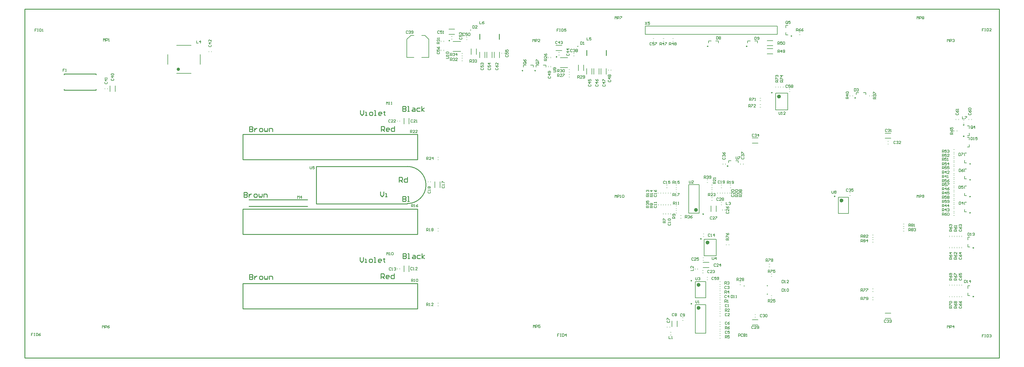
<source format=gto>
G04 Layer_Color=65535*
%FSLAX43Y43*%
%MOMM*%
G71*
G01*
G75*
%ADD29C,0.500*%
%ADD30C,0.250*%
%ADD31C,0.150*%
%ADD34C,0.200*%
%ADD36C,0.254*%
%ADD72C,0.600*%
%ADD73C,0.100*%
D29*
X47500Y88950D02*
G03*
X47500Y88950I-250J0D01*
G01*
D30*
X208250Y36675D02*
G03*
X208250Y36675I-125J0D01*
G01*
X157225Y88525D02*
G03*
X157225Y88525I-125J0D01*
G01*
X249400Y49780D02*
G03*
X249400Y49780I-125J0D01*
G01*
X230075Y81725D02*
G03*
X230075Y81725I-125J0D01*
G01*
X205300Y16685D02*
G03*
X205300Y16685I-125J0D01*
G01*
X205300Y23780D02*
G03*
X205300Y23780I-125J0D01*
G01*
X163800Y92775D02*
G03*
X163800Y92775I-125J0D01*
G01*
X236100Y99200D02*
G03*
X236100Y99200I-125J0D01*
G01*
X292100Y18900D02*
G03*
X292100Y18900I-125J0D01*
G01*
X130800Y97775D02*
G03*
X130800Y97775I-125J0D01*
G01*
X216455Y59095D02*
G03*
X216455Y59095I-125J0D01*
G01*
X208950Y44315D02*
G03*
X208950Y44315I-125J0D01*
G01*
X222325Y96025D02*
G03*
X222325Y96025I-125J0D01*
G01*
X210325D02*
G03*
X210325Y96025I-125J0D01*
G01*
X291100Y59800D02*
G03*
X291100Y59800I-125J0D01*
G01*
Y54900D02*
G03*
X291100Y54900I-125J0D01*
G01*
Y49700D02*
G03*
X291100Y49700I-125J0D01*
G01*
Y44700D02*
G03*
X291100Y44700I-125J0D01*
G01*
X255725Y80125D02*
G03*
X255725Y80125I-125J0D01*
G01*
X292100Y33900D02*
G03*
X292100Y33900I-125J0D01*
G01*
X289150Y71800D02*
G03*
X289150Y71800I-125J0D01*
G01*
Y68300D02*
G03*
X289150Y68300I-125J0D01*
G01*
X153325Y88525D02*
G03*
X153325Y88525I-125J0D01*
G01*
X69000Y48700D02*
X87000D01*
X69000Y46700D02*
X87000D01*
D31*
X52900Y97800D02*
Y97000D01*
X53433D01*
X54100D02*
Y97800D01*
X53700Y97400D01*
X54233D01*
X211600Y31050D02*
Y30383D01*
X211733Y30250D01*
X212000D01*
X212133Y30383D01*
Y31050D01*
X212800Y30250D02*
Y31050D01*
X212400Y30650D01*
X212933D01*
X173023Y98708D02*
Y97908D01*
X173556D01*
X174356Y98708D02*
X173823D01*
Y98308D01*
X174089Y98441D01*
X174223D01*
X174356Y98308D01*
Y98041D01*
X174223Y97908D01*
X173956D01*
X173823Y98041D01*
X158067Y91133D02*
X157534D01*
X157400Y91000D01*
Y90733D01*
X157534Y90600D01*
X158067D01*
X158200Y90733D01*
Y91000D01*
X157933Y90867D02*
X158200Y91133D01*
Y91000D02*
X158067Y91133D01*
X157400Y91400D02*
Y91933D01*
X157534D01*
X158067Y91400D01*
X158200D01*
X248435Y51486D02*
Y50819D01*
X248568Y50686D01*
X248834D01*
X248968Y50819D01*
Y51486D01*
X249234Y51352D02*
X249368Y51486D01*
X249634D01*
X249768Y51352D01*
Y51219D01*
X249634Y51086D01*
X249768Y50952D01*
Y50819D01*
X249634Y50686D01*
X249368D01*
X249234Y50819D01*
Y50952D01*
X249368Y51086D01*
X249234Y51219D01*
Y51352D01*
X249368Y51086D02*
X249634D01*
X171100Y97400D02*
Y96600D01*
X171500D01*
X171633Y96733D01*
Y97266D01*
X171500Y97400D01*
X171100D01*
X171900Y96600D02*
X172166D01*
X172033D01*
Y97400D01*
X171900Y97266D01*
X257400Y17900D02*
Y18700D01*
X257800D01*
X257933Y18566D01*
Y18300D01*
X257800Y18167D01*
X257400D01*
X257667D02*
X257933Y17900D01*
X258200Y18700D02*
X258733D01*
Y18566D01*
X258200Y18033D01*
Y17900D01*
X258999Y18033D02*
X259133Y17900D01*
X259399D01*
X259533Y18033D01*
Y18566D01*
X259399Y18700D01*
X259133D01*
X258999Y18566D01*
Y18433D01*
X259133Y18300D01*
X259533D01*
X111400Y31700D02*
Y32500D01*
X111667Y32233D01*
X111933Y32500D01*
Y31700D01*
X112200D02*
X112466D01*
X112333D01*
Y32500D01*
X112200Y32366D01*
X112866D02*
X112999Y32500D01*
X113266D01*
X113399Y32366D01*
Y31833D01*
X113266Y31700D01*
X112999D01*
X112866Y31833D01*
Y32366D01*
X232100Y75800D02*
Y75133D01*
X232233Y75000D01*
X232500D01*
X232633Y75133D01*
Y75800D01*
X232900Y75000D02*
X233166D01*
X233033D01*
Y75800D01*
X232900Y75666D01*
X234099Y75000D02*
X233566D01*
X234099Y75533D01*
Y75666D01*
X233966Y75800D01*
X233699D01*
X233566Y75666D01*
X12279Y89083D02*
X11746D01*
Y88683D01*
X12013D01*
X11746D01*
Y88283D01*
X12546D02*
X12813D01*
X12679D01*
Y89083D01*
X12546Y88949D01*
X119000Y23500D02*
Y24300D01*
X119400D01*
X119533Y24166D01*
Y23900D01*
X119400Y23767D01*
X119000D01*
X119267D02*
X119533Y23500D01*
X119800D02*
X120066D01*
X119933D01*
Y24300D01*
X119800Y24166D01*
X120466D02*
X120599Y24300D01*
X120866D01*
X120999Y24166D01*
Y23633D01*
X120866Y23500D01*
X120599D01*
X120466Y23633D01*
Y24166D01*
X288600Y74400D02*
Y73600D01*
X289133D01*
X289400Y74400D02*
X289933D01*
Y74266D01*
X289400Y73733D01*
Y73600D01*
X117933Y100666D02*
X117800Y100800D01*
X117533D01*
X117400Y100666D01*
Y100133D01*
X117533Y100000D01*
X117800D01*
X117933Y100133D01*
X118200Y100666D02*
X118333Y100800D01*
X118600D01*
X118733Y100666D01*
Y100533D01*
X118600Y100400D01*
X118466D01*
X118600D01*
X118733Y100267D01*
Y100133D01*
X118600Y100000D01*
X118333D01*
X118200Y100133D01*
X118999D02*
X119133Y100000D01*
X119399D01*
X119533Y100133D01*
Y100666D01*
X119399Y100800D01*
X119133D01*
X118999Y100666D01*
Y100533D01*
X119133Y100400D01*
X119533D01*
X191000Y103500D02*
X191533Y102700D01*
Y103500D02*
X191000Y102700D01*
X192333Y103500D02*
X191800D01*
Y103100D01*
X192066Y103233D01*
X192200D01*
X192333Y103100D01*
Y102833D01*
X192200Y102700D01*
X191933D01*
X191800Y102833D01*
X2567Y7591D02*
X2034D01*
Y7191D01*
X2301D01*
X2034D01*
Y6791D01*
X2834Y7591D02*
X3100D01*
X2967D01*
Y6791D01*
X2834D01*
X3100D01*
X3500Y7591D02*
Y6791D01*
X3900D01*
X4033Y6924D01*
Y7457D01*
X3900Y7591D01*
X3500D01*
X4833D02*
X4567Y7457D01*
X4300Y7191D01*
Y6924D01*
X4433Y6791D01*
X4700D01*
X4833Y6924D01*
Y7058D01*
X4700Y7191D01*
X4300D01*
X206500Y17700D02*
Y17033D01*
X206633Y16900D01*
X206900D01*
X207033Y17033D01*
Y17700D01*
X207300Y16900D02*
X207566D01*
X207433D01*
Y17700D01*
X207300Y17566D01*
X206500Y24800D02*
Y24133D01*
X206633Y24000D01*
X206900D01*
X207033Y24133D01*
Y24800D01*
X207300Y24666D02*
X207433Y24800D01*
X207700D01*
X207833Y24666D01*
Y24533D01*
X207700Y24400D01*
X207566D01*
X207700D01*
X207833Y24267D01*
Y24133D01*
X207700Y24000D01*
X207433D01*
X207300Y24133D01*
X199833Y13566D02*
X199700Y13700D01*
X199433D01*
X199300Y13566D01*
Y13033D01*
X199433Y12900D01*
X199700D01*
X199833Y13033D01*
X200100Y13566D02*
X200233Y13700D01*
X200500D01*
X200633Y13566D01*
Y13433D01*
X200500Y13300D01*
X200633Y13167D01*
Y13033D01*
X200500Y12900D01*
X200233D01*
X200100Y13033D01*
Y13167D01*
X200233Y13300D01*
X200100Y13433D01*
Y13566D01*
X200233Y13300D02*
X200500D01*
X286734Y75433D02*
X286600Y75300D01*
Y75033D01*
X286734Y74900D01*
X287267D01*
X287400Y75033D01*
Y75300D01*
X287267Y75433D01*
X286600Y76233D02*
X286734Y75966D01*
X287000Y75700D01*
X287267D01*
X287400Y75833D01*
Y76100D01*
X287267Y76233D01*
X287133D01*
X287000Y76100D01*
Y75700D01*
X287400Y76499D02*
Y76766D01*
Y76633D01*
X286600D01*
X286734Y76499D01*
X87800Y59000D02*
Y58333D01*
X87933Y58200D01*
X88200D01*
X88333Y58333D01*
Y59000D01*
X89133D02*
X88600D01*
Y58600D01*
X88866Y58733D01*
X89000D01*
X89133Y58600D01*
Y58333D01*
X89000Y58200D01*
X88733D01*
X88600Y58333D01*
X23900Y9200D02*
Y10000D01*
X24167Y9733D01*
X24433Y10000D01*
Y9200D01*
X24700D02*
Y10000D01*
X25100D01*
X25233Y9866D01*
Y9600D01*
X25100Y9467D01*
X24700D01*
X26033Y10000D02*
X25766Y9866D01*
X25499Y9600D01*
Y9333D01*
X25633Y9200D01*
X25899D01*
X26033Y9333D01*
Y9467D01*
X25899Y9600D01*
X25499D01*
X181647Y49421D02*
Y50221D01*
X181913Y49954D01*
X182180Y50221D01*
Y49421D01*
X182447D02*
Y50221D01*
X182846D01*
X182980Y50087D01*
Y49821D01*
X182846Y49688D01*
X182447D01*
X183246Y49421D02*
X183513D01*
X183380D01*
Y50221D01*
X183246Y50087D01*
X183913D02*
X184046Y50221D01*
X184313D01*
X184446Y50087D01*
Y49554D01*
X184313Y49421D01*
X184046D01*
X183913Y49554D01*
Y50087D01*
X84000Y49100D02*
Y49900D01*
X84267Y49633D01*
X84533Y49900D01*
Y49100D01*
X85200D02*
Y49900D01*
X84800Y49500D01*
X85333D01*
X170200Y86200D02*
Y87000D01*
X170600D01*
X170733Y86866D01*
Y86600D01*
X170600Y86467D01*
X170200D01*
X170467D02*
X170733Y86200D01*
X171533D02*
X171000D01*
X171533Y86733D01*
Y86866D01*
X171400Y87000D01*
X171133D01*
X171000Y86866D01*
X171799Y86333D02*
X171933Y86200D01*
X172199D01*
X172333Y86333D01*
Y86866D01*
X172199Y87000D01*
X171933D01*
X171799Y86866D01*
Y86733D01*
X171933Y86600D01*
X172333D01*
X162700Y88100D02*
X163367D01*
X163500Y88233D01*
Y88500D01*
X163367Y88633D01*
X162700D01*
X163367Y88900D02*
X163500Y89033D01*
Y89300D01*
X163367Y89433D01*
X162834D01*
X162700Y89300D01*
Y89033D01*
X162834Y88900D01*
X162967D01*
X163100Y89033D01*
Y89433D01*
X257400Y35700D02*
Y36500D01*
X257800D01*
X257933Y36366D01*
Y36100D01*
X257800Y35967D01*
X257400D01*
X257667D02*
X257933Y35700D01*
X258200Y36366D02*
X258333Y36500D01*
X258600D01*
X258733Y36366D01*
Y36233D01*
X258600Y36100D01*
X258733Y35967D01*
Y35833D01*
X258600Y35700D01*
X258333D01*
X258200Y35833D01*
Y35967D01*
X258333Y36100D01*
X258200Y36233D01*
Y36366D01*
X258333Y36100D02*
X258600D01*
X259399Y35700D02*
Y36500D01*
X258999Y36100D01*
X259533D01*
X272100Y39100D02*
Y39900D01*
X272500D01*
X272633Y39766D01*
Y39500D01*
X272500Y39367D01*
X272100D01*
X272367D02*
X272633Y39100D01*
X272900Y39766D02*
X273033Y39900D01*
X273300D01*
X273433Y39766D01*
Y39633D01*
X273300Y39500D01*
X273433Y39367D01*
Y39233D01*
X273300Y39100D01*
X273033D01*
X272900Y39233D01*
Y39367D01*
X273033Y39500D01*
X272900Y39633D01*
Y39766D01*
X273033Y39500D02*
X273300D01*
X273699Y39766D02*
X273833Y39900D01*
X274099D01*
X274233Y39766D01*
Y39633D01*
X274099Y39500D01*
X273966D01*
X274099D01*
X274233Y39367D01*
Y39233D01*
X274099Y39100D01*
X273833D01*
X273699Y39233D01*
X257400Y37100D02*
Y37900D01*
X257800D01*
X257933Y37766D01*
Y37500D01*
X257800Y37367D01*
X257400D01*
X257667D02*
X257933Y37100D01*
X258200Y37766D02*
X258333Y37900D01*
X258600D01*
X258733Y37766D01*
Y37633D01*
X258600Y37500D01*
X258733Y37367D01*
Y37233D01*
X258600Y37100D01*
X258333D01*
X258200Y37233D01*
Y37367D01*
X258333Y37500D01*
X258200Y37633D01*
Y37766D01*
X258333Y37500D02*
X258600D01*
X259533Y37100D02*
X258999D01*
X259533Y37633D01*
Y37766D01*
X259399Y37900D01*
X259133D01*
X258999Y37766D01*
X272100Y40500D02*
Y41300D01*
X272500D01*
X272633Y41166D01*
Y40900D01*
X272500Y40767D01*
X272100D01*
X272367D02*
X272633Y40500D01*
X272900Y41166D02*
X273033Y41300D01*
X273300D01*
X273433Y41166D01*
Y41033D01*
X273300Y40900D01*
X273433Y40767D01*
Y40633D01*
X273300Y40500D01*
X273033D01*
X272900Y40633D01*
Y40767D01*
X273033Y40900D01*
X272900Y41033D01*
Y41166D01*
X273033Y40900D02*
X273300D01*
X273699Y40500D02*
X273966D01*
X273833D01*
Y41300D01*
X273699Y41166D01*
X233400Y85000D02*
X232600D01*
Y85400D01*
X232734Y85533D01*
X233000D01*
X233133Y85400D01*
Y85000D01*
Y85267D02*
X233400Y85533D01*
X232600Y85800D02*
Y86333D01*
X232734D01*
X233267Y85800D01*
X233400D01*
Y86999D02*
X232600D01*
X233000Y86599D01*
Y87133D01*
X231900Y85000D02*
X231100D01*
Y85400D01*
X231234Y85533D01*
X231500D01*
X231633Y85400D01*
Y85000D01*
Y85267D02*
X231900Y85533D01*
X231100Y85800D02*
Y86333D01*
X231234D01*
X231767Y85800D01*
X231900D01*
X231234Y86599D02*
X231100Y86733D01*
Y86999D01*
X231234Y87133D01*
X231367D01*
X231500Y86999D01*
Y86866D01*
Y86999D01*
X231633Y87133D01*
X231767D01*
X231900Y86999D01*
Y86733D01*
X231767Y86599D01*
X222800Y77300D02*
Y78100D01*
X223200D01*
X223333Y77966D01*
Y77700D01*
X223200Y77567D01*
X222800D01*
X223067D02*
X223333Y77300D01*
X223600Y78100D02*
X224133D01*
Y77966D01*
X223600Y77433D01*
Y77300D01*
X224933D02*
X224399D01*
X224933Y77833D01*
Y77966D01*
X224799Y78100D01*
X224533D01*
X224399Y77966D01*
X223100Y79300D02*
Y80100D01*
X223500D01*
X223633Y79966D01*
Y79700D01*
X223500Y79567D01*
X223100D01*
X223367D02*
X223633Y79300D01*
X223900Y80100D02*
X224433D01*
Y79966D01*
X223900Y79433D01*
Y79300D01*
X224699D02*
X224966D01*
X224833D01*
Y80100D01*
X224699Y79966D01*
X285400Y15300D02*
X284600D01*
Y15700D01*
X284734Y15833D01*
X285000D01*
X285133Y15700D01*
Y15300D01*
Y15567D02*
X285400Y15833D01*
X284600Y16100D02*
Y16633D01*
X284734D01*
X285267Y16100D01*
X285400D01*
X284734Y16899D02*
X284600Y17033D01*
Y17299D01*
X284734Y17433D01*
X285267D01*
X285400Y17299D01*
Y17033D01*
X285267Y16899D01*
X284734D01*
X285400Y23940D02*
X284600D01*
Y24340D01*
X284734Y24473D01*
X285000D01*
X285133Y24340D01*
Y23940D01*
Y24207D02*
X285400Y24473D01*
X284600Y25273D02*
X284734Y25006D01*
X285000Y24740D01*
X285267D01*
X285400Y24873D01*
Y25140D01*
X285267Y25273D01*
X285133D01*
X285000Y25140D01*
Y24740D01*
X285267Y25539D02*
X285400Y25673D01*
Y25939D01*
X285267Y26073D01*
X284734D01*
X284600Y25939D01*
Y25673D01*
X284734Y25539D01*
X284867D01*
X285000Y25673D01*
Y26073D01*
X286900Y15300D02*
X286100D01*
Y15700D01*
X286234Y15833D01*
X286500D01*
X286633Y15700D01*
Y15300D01*
Y15567D02*
X286900Y15833D01*
X286100Y16633D02*
X286234Y16366D01*
X286500Y16100D01*
X286767D01*
X286900Y16233D01*
Y16500D01*
X286767Y16633D01*
X286633D01*
X286500Y16500D01*
Y16100D01*
X286234Y16899D02*
X286100Y17033D01*
Y17299D01*
X286234Y17433D01*
X286367D01*
X286500Y17299D01*
X286633Y17433D01*
X286767D01*
X286900Y17299D01*
Y17033D01*
X286767Y16899D01*
X286633D01*
X286500Y17033D01*
X286367Y16899D01*
X286234D01*
X286500Y17033D02*
Y17299D01*
X286900Y23940D02*
X286100D01*
Y24340D01*
X286234Y24473D01*
X286500D01*
X286633Y24340D01*
Y23940D01*
Y24207D02*
X286900Y24473D01*
X286100Y25273D02*
X286234Y25006D01*
X286500Y24740D01*
X286767D01*
X286900Y24873D01*
Y25140D01*
X286767Y25273D01*
X286633D01*
X286500Y25140D01*
Y24740D01*
X286100Y25539D02*
Y26073D01*
X286234D01*
X286767Y25539D01*
X286900D01*
X237500Y100700D02*
Y101500D01*
X237900D01*
X238033Y101366D01*
Y101100D01*
X237900Y100967D01*
X237500D01*
X237767D02*
X238033Y100700D01*
X238833Y101500D02*
X238566Y101366D01*
X238300Y101100D01*
Y100833D01*
X238433Y100700D01*
X238700D01*
X238833Y100833D01*
Y100967D01*
X238700Y101100D01*
X238300D01*
X239633Y101500D02*
X239366Y101366D01*
X239099Y101100D01*
Y100833D01*
X239233Y100700D01*
X239499D01*
X239633Y100833D01*
Y100967D01*
X239499Y101100D01*
X239099D01*
X234833Y103133D02*
Y103666D01*
X234700Y103800D01*
X234433D01*
X234300Y103666D01*
Y103133D01*
X234433Y103000D01*
X234700D01*
X234567Y103267D02*
X234833Y103000D01*
X234700D02*
X234833Y103133D01*
X235633Y103800D02*
X235100D01*
Y103400D01*
X235366Y103533D01*
X235500D01*
X235633Y103400D01*
Y103133D01*
X235500Y103000D01*
X235233D01*
X235100Y103133D01*
X289234Y23965D02*
Y23165D01*
X289634D01*
X289767Y23299D01*
Y23832D01*
X289634Y23965D01*
X289234D01*
X290034Y23165D02*
X290300D01*
X290167D01*
Y23965D01*
X290034Y23832D01*
X291100Y23165D02*
Y23965D01*
X290700Y23565D01*
X291233D01*
X287734Y15833D02*
X287600Y15700D01*
Y15433D01*
X287734Y15300D01*
X288267D01*
X288400Y15433D01*
Y15700D01*
X288267Y15833D01*
X287600Y16633D02*
X287734Y16366D01*
X288000Y16100D01*
X288267D01*
X288400Y16233D01*
Y16500D01*
X288267Y16633D01*
X288133D01*
X288000Y16500D01*
Y16100D01*
X287600Y17433D02*
X287734Y17166D01*
X288000Y16899D01*
X288267D01*
X288400Y17033D01*
Y17299D01*
X288267Y17433D01*
X288133D01*
X288000Y17299D01*
Y16899D01*
X287734Y24473D02*
X287600Y24340D01*
Y24073D01*
X287734Y23940D01*
X288267D01*
X288400Y24073D01*
Y24340D01*
X288267Y24473D01*
X287600Y25273D02*
X287734Y25006D01*
X288000Y24740D01*
X288267D01*
X288400Y24873D01*
Y25140D01*
X288267Y25273D01*
X288133D01*
X288000Y25140D01*
Y24740D01*
X287600Y26073D02*
Y25539D01*
X288000D01*
X287867Y25806D01*
Y25939D01*
X288000Y26073D01*
X288267D01*
X288400Y25939D01*
Y25673D01*
X288267Y25539D01*
X287734Y30933D02*
X287600Y30800D01*
Y30533D01*
X287734Y30400D01*
X288267D01*
X288400Y30533D01*
Y30800D01*
X288267Y30933D01*
X287600Y31733D02*
X287734Y31466D01*
X288000Y31200D01*
X288267D01*
X288400Y31333D01*
Y31600D01*
X288267Y31733D01*
X288133D01*
X288000Y31600D01*
Y31200D01*
X288400Y32399D02*
X287600D01*
X288000Y31999D01*
Y32533D01*
X287734Y39533D02*
X287600Y39400D01*
Y39133D01*
X287734Y39000D01*
X288267D01*
X288400Y39133D01*
Y39400D01*
X288267Y39533D01*
X287600Y40333D02*
X287734Y40066D01*
X288000Y39800D01*
X288267D01*
X288400Y39933D01*
Y40200D01*
X288267Y40333D01*
X288133D01*
X288000Y40200D01*
Y39800D01*
X287734Y40599D02*
X287600Y40733D01*
Y40999D01*
X287734Y41133D01*
X287867D01*
X288000Y40999D01*
Y40866D01*
Y40999D01*
X288133Y41133D01*
X288267D01*
X288400Y40999D01*
Y40733D01*
X288267Y40599D01*
X145034Y89333D02*
X144900Y89200D01*
Y88933D01*
X145034Y88800D01*
X145567D01*
X145700Y88933D01*
Y89200D01*
X145567Y89333D01*
X144900Y90133D02*
X145034Y89866D01*
X145300Y89600D01*
X145567D01*
X145700Y89733D01*
Y90000D01*
X145567Y90133D01*
X145433D01*
X145300Y90000D01*
Y89600D01*
X145700Y90933D02*
Y90399D01*
X145167Y90933D01*
X145034D01*
X144900Y90799D01*
Y90533D01*
X145034Y90399D01*
X209100Y55300D02*
Y56100D01*
X209500D01*
X209633Y55966D01*
Y55700D01*
X209500Y55567D01*
X209100D01*
X209367D02*
X209633Y55300D01*
X209900Y55966D02*
X210033Y56100D01*
X210300D01*
X210433Y55966D01*
Y55833D01*
X210300Y55700D01*
X210166D01*
X210300D01*
X210433Y55567D01*
Y55433D01*
X210300Y55300D01*
X210033D01*
X209900Y55433D01*
X210699D02*
X210833Y55300D01*
X211099D01*
X211233Y55433D01*
Y55966D01*
X211099Y56100D01*
X210833D01*
X210699Y55966D01*
Y55833D01*
X210833Y55700D01*
X211233D01*
X220700Y49700D02*
X219900D01*
Y50100D01*
X220034Y50233D01*
X220300D01*
X220433Y50100D01*
Y49700D01*
Y49967D02*
X220700Y50233D01*
X220034Y50500D02*
X219900Y50633D01*
Y50900D01*
X220034Y51033D01*
X220167D01*
X220300Y50900D01*
Y50766D01*
Y50900D01*
X220433Y51033D01*
X220567D01*
X220700Y50900D01*
Y50633D01*
X220567Y50500D01*
X220034Y51299D02*
X219900Y51433D01*
Y51699D01*
X220034Y51833D01*
X220167D01*
X220300Y51699D01*
X220433Y51833D01*
X220567D01*
X220700Y51699D01*
Y51433D01*
X220567Y51299D01*
X220433D01*
X220300Y51433D01*
X220167Y51299D01*
X220034D01*
X220300Y51433D02*
Y51699D01*
X203300Y43100D02*
Y43900D01*
X203700D01*
X203833Y43766D01*
Y43500D01*
X203700Y43367D01*
X203300D01*
X203567D02*
X203833Y43100D01*
X204100Y43766D02*
X204233Y43900D01*
X204500D01*
X204633Y43766D01*
Y43633D01*
X204500Y43500D01*
X204366D01*
X204500D01*
X204633Y43367D01*
Y43233D01*
X204500Y43100D01*
X204233D01*
X204100Y43233D01*
X205433Y43900D02*
X205166Y43766D01*
X204899Y43500D01*
Y43233D01*
X205033Y43100D01*
X205299D01*
X205433Y43233D01*
Y43367D01*
X205299Y43500D01*
X204899D01*
X192100Y46300D02*
X191300D01*
Y46700D01*
X191434Y46833D01*
X191700D01*
X191833Y46700D01*
Y46300D01*
Y46567D02*
X192100Y46833D01*
X191434Y47100D02*
X191300Y47233D01*
Y47500D01*
X191434Y47633D01*
X191567D01*
X191700Y47500D01*
Y47366D01*
Y47500D01*
X191833Y47633D01*
X191967D01*
X192100Y47500D01*
Y47233D01*
X191967Y47100D01*
X191300Y48433D02*
Y47899D01*
X191700D01*
X191567Y48166D01*
Y48299D01*
X191700Y48433D01*
X191967D01*
X192100Y48299D01*
Y48033D01*
X191967Y47899D01*
X233100Y23900D02*
Y23100D01*
X233500D01*
X233633Y23233D01*
Y23766D01*
X233500Y23900D01*
X233100D01*
X233900Y23100D02*
X234166D01*
X234033D01*
Y23900D01*
X233900Y23766D01*
X235099Y23100D02*
X234566D01*
X235099Y23633D01*
Y23766D01*
X234966Y23900D01*
X234699D01*
X234566Y23766D01*
X217400Y19300D02*
Y18500D01*
X217800D01*
X217933Y18633D01*
Y19166D01*
X217800Y19300D01*
X217400D01*
X218200Y18500D02*
X218466D01*
X218333D01*
Y19300D01*
X218200Y19166D01*
X218866Y18500D02*
X219133D01*
X218999D01*
Y19300D01*
X218866Y19166D01*
X233100Y21300D02*
Y20500D01*
X233500D01*
X233633Y20633D01*
Y21166D01*
X233500Y21300D01*
X233100D01*
X233900Y20500D02*
X234166D01*
X234033D01*
Y21300D01*
X233900Y21166D01*
X234566D02*
X234699Y21300D01*
X234966D01*
X235099Y21166D01*
Y20633D01*
X234966Y20500D01*
X234699D01*
X234566Y20633D01*
Y21166D01*
X212033Y24766D02*
X211900Y24900D01*
X211633D01*
X211500Y24766D01*
Y24233D01*
X211633Y24100D01*
X211900D01*
X212033Y24233D01*
X212833Y24900D02*
X212300D01*
Y24500D01*
X212566Y24633D01*
X212700D01*
X212833Y24500D01*
Y24233D01*
X212700Y24100D01*
X212433D01*
X212300Y24233D01*
X213099D02*
X213233Y24100D01*
X213499D01*
X213633Y24233D01*
Y24766D01*
X213499Y24900D01*
X213233D01*
X213099Y24766D01*
Y24633D01*
X213233Y24500D01*
X213633D01*
X111300Y78100D02*
Y78900D01*
X111567Y78633D01*
X111833Y78900D01*
Y78100D01*
X112100D02*
X112366D01*
X112233D01*
Y78900D01*
X112100Y78766D01*
X112766Y78100D02*
X113033D01*
X112899D01*
Y78900D01*
X112766Y78766D01*
X129700Y92300D02*
X130367D01*
X130500Y92433D01*
Y92700D01*
X130367Y92833D01*
X129700D01*
X130500Y93100D02*
Y93366D01*
Y93233D01*
X129700D01*
X129834Y93100D01*
Y93766D02*
X129700Y93899D01*
Y94166D01*
X129834Y94299D01*
X130367D01*
X130500Y94166D01*
Y93899D01*
X130367Y93766D01*
X129834D01*
X218900Y62000D02*
Y61333D01*
X219033Y61200D01*
X219300D01*
X219433Y61333D01*
Y62000D01*
X219700D02*
X220233D01*
Y61866D01*
X219700Y61333D01*
Y61200D01*
X204500Y54600D02*
Y53933D01*
X204633Y53800D01*
X204900D01*
X205033Y53933D01*
Y54600D01*
X205833Y53800D02*
X205300D01*
X205833Y54333D01*
Y54466D01*
X205700Y54600D01*
X205433D01*
X205300Y54466D01*
X231800Y96600D02*
Y97400D01*
X232200D01*
X232333Y97266D01*
Y97000D01*
X232200Y96867D01*
X231800D01*
X232067D02*
X232333Y96600D01*
X233133Y97400D02*
X232600D01*
Y97000D01*
X232866Y97133D01*
X233000D01*
X233133Y97000D01*
Y96733D01*
X233000Y96600D01*
X232733D01*
X232600Y96733D01*
X233399Y97266D02*
X233533Y97400D01*
X233799D01*
X233933Y97266D01*
Y96733D01*
X233799Y96600D01*
X233533D01*
X233399Y96733D01*
Y97266D01*
X231800Y94100D02*
Y94900D01*
X232200D01*
X232333Y94766D01*
Y94500D01*
X232200Y94367D01*
X231800D01*
X232067D02*
X232333Y94100D01*
X233000D02*
Y94900D01*
X232600Y94500D01*
X233133D01*
X233399Y94233D02*
X233533Y94100D01*
X233799D01*
X233933Y94233D01*
Y94766D01*
X233799Y94900D01*
X233533D01*
X233399Y94766D01*
Y94633D01*
X233533Y94500D01*
X233933D01*
X198400Y96400D02*
Y97200D01*
X198800D01*
X198933Y97066D01*
Y96800D01*
X198800Y96667D01*
X198400D01*
X198667D02*
X198933Y96400D01*
X199600D02*
Y97200D01*
X199200Y96800D01*
X199733D01*
X199999Y97066D02*
X200133Y97200D01*
X200399D01*
X200533Y97066D01*
Y96933D01*
X200399Y96800D01*
X200533Y96667D01*
Y96533D01*
X200399Y96400D01*
X200133D01*
X199999Y96533D01*
Y96667D01*
X200133Y96800D01*
X199999Y96933D01*
Y97066D01*
X200133Y96800D02*
X200399D01*
X195500Y96400D02*
Y97200D01*
X195900D01*
X196033Y97066D01*
Y96800D01*
X195900Y96667D01*
X195500D01*
X195767D02*
X196033Y96400D01*
X196700D02*
Y97200D01*
X196300Y96800D01*
X196833D01*
X197099Y97200D02*
X197633D01*
Y97066D01*
X197099Y96533D01*
Y96400D01*
X282400Y51700D02*
Y52500D01*
X282800D01*
X282933Y52366D01*
Y52100D01*
X282800Y51967D01*
X282400D01*
X282667D02*
X282933Y51700D01*
X283600D02*
Y52500D01*
X283200Y52100D01*
X283733D01*
X284533Y52500D02*
X284266Y52366D01*
X283999Y52100D01*
Y51833D01*
X284133Y51700D01*
X284399D01*
X284533Y51833D01*
Y51967D01*
X284399Y52100D01*
X283999D01*
X282400Y50400D02*
Y51200D01*
X282800D01*
X282933Y51066D01*
Y50800D01*
X282800Y50667D01*
X282400D01*
X282667D02*
X282933Y50400D01*
X283600D02*
Y51200D01*
X283200Y50800D01*
X283733D01*
X284533Y51200D02*
X283999D01*
Y50800D01*
X284266Y50933D01*
X284399D01*
X284533Y50800D01*
Y50533D01*
X284399Y50400D01*
X284133D01*
X283999Y50533D01*
X282400Y46500D02*
Y47300D01*
X282800D01*
X282933Y47166D01*
Y46900D01*
X282800Y46767D01*
X282400D01*
X282667D02*
X282933Y46500D01*
X283600D02*
Y47300D01*
X283200Y46900D01*
X283733D01*
X284399Y46500D02*
Y47300D01*
X283999Y46900D01*
X284533D01*
X282400Y45200D02*
Y46000D01*
X282800D01*
X282933Y45866D01*
Y45600D01*
X282800Y45467D01*
X282400D01*
X282667D02*
X282933Y45200D01*
X283600D02*
Y46000D01*
X283200Y45600D01*
X283733D01*
X283999Y45866D02*
X284133Y46000D01*
X284399D01*
X284533Y45866D01*
Y45733D01*
X284399Y45600D01*
X284266D01*
X284399D01*
X284533Y45467D01*
Y45333D01*
X284399Y45200D01*
X284133D01*
X283999Y45333D01*
X253600Y79900D02*
X252800D01*
Y80300D01*
X252934Y80433D01*
X253200D01*
X253333Y80300D01*
Y79900D01*
Y80167D02*
X253600Y80433D01*
Y81100D02*
X252800D01*
X253200Y80700D01*
Y81233D01*
X252934Y81499D02*
X252800Y81633D01*
Y81899D01*
X252934Y82033D01*
X253467D01*
X253600Y81899D01*
Y81633D01*
X253467Y81499D01*
X252934D01*
X262000Y79800D02*
X261200D01*
Y80200D01*
X261334Y80333D01*
X261600D01*
X261733Y80200D01*
Y79800D01*
Y80067D02*
X262000Y80333D01*
X261334Y80600D02*
X261200Y80733D01*
Y81000D01*
X261334Y81133D01*
X261467D01*
X261600Y81000D01*
Y80866D01*
Y81000D01*
X261733Y81133D01*
X261867D01*
X262000Y81000D01*
Y80733D01*
X261867Y80600D01*
X261200Y81399D02*
Y81933D01*
X261334D01*
X261867Y81399D01*
X262000D01*
X131000Y93100D02*
Y93900D01*
X131400D01*
X131533Y93766D01*
Y93500D01*
X131400Y93367D01*
X131000D01*
X131267D02*
X131533Y93100D01*
X131800Y93766D02*
X131933Y93900D01*
X132200D01*
X132333Y93766D01*
Y93633D01*
X132200Y93500D01*
X132066D01*
X132200D01*
X132333Y93367D01*
Y93233D01*
X132200Y93100D01*
X131933D01*
X131800Y93233D01*
X132999Y93100D02*
Y93900D01*
X132599Y93500D01*
X133133D01*
X137000Y91100D02*
Y91900D01*
X137400D01*
X137533Y91766D01*
Y91500D01*
X137400Y91367D01*
X137000D01*
X137267D02*
X137533Y91100D01*
X137800Y91766D02*
X137933Y91900D01*
X138200D01*
X138333Y91766D01*
Y91633D01*
X138200Y91500D01*
X138066D01*
X138200D01*
X138333Y91367D01*
Y91233D01*
X138200Y91100D01*
X137933D01*
X137800Y91233D01*
X138600Y91766D02*
X138733Y91900D01*
X138999D01*
X139133Y91766D01*
Y91633D01*
X138999Y91500D01*
X138866D01*
X138999D01*
X139133Y91367D01*
Y91233D01*
X138999Y91100D01*
X138733D01*
X138600Y91233D01*
X131000Y91600D02*
Y92400D01*
X131400D01*
X131533Y92266D01*
Y92000D01*
X131400Y91867D01*
X131000D01*
X131267D02*
X131533Y91600D01*
X131800Y92266D02*
X131933Y92400D01*
X132200D01*
X132333Y92266D01*
Y92133D01*
X132200Y92000D01*
X132066D01*
X132200D01*
X132333Y91867D01*
Y91733D01*
X132200Y91600D01*
X131933D01*
X131800Y91733D01*
X133133Y91600D02*
X132599D01*
X133133Y92133D01*
Y92266D01*
X132999Y92400D01*
X132733D01*
X132599Y92266D01*
X127700Y96800D02*
X126900D01*
Y97200D01*
X127034Y97333D01*
X127300D01*
X127433Y97200D01*
Y96800D01*
Y97067D02*
X127700Y97333D01*
X127034Y97600D02*
X126900Y97733D01*
Y98000D01*
X127034Y98133D01*
X127167D01*
X127300Y98000D01*
Y97866D01*
Y98000D01*
X127433Y98133D01*
X127567D01*
X127700Y98000D01*
Y97733D01*
X127567Y97600D01*
X127700Y98399D02*
Y98666D01*
Y98533D01*
X126900D01*
X127034Y98399D01*
X164000Y88100D02*
Y88900D01*
X164400D01*
X164533Y88766D01*
Y88500D01*
X164400Y88367D01*
X164000D01*
X164267D02*
X164533Y88100D01*
X164800Y88766D02*
X164933Y88900D01*
X165200D01*
X165333Y88766D01*
Y88633D01*
X165200Y88500D01*
X165066D01*
X165200D01*
X165333Y88367D01*
Y88233D01*
X165200Y88100D01*
X164933D01*
X164800Y88233D01*
X165599Y88766D02*
X165733Y88900D01*
X165999D01*
X166133Y88766D01*
Y88233D01*
X165999Y88100D01*
X165733D01*
X165599Y88233D01*
Y88766D01*
X164000Y86700D02*
Y87500D01*
X164400D01*
X164533Y87366D01*
Y87100D01*
X164400Y86967D01*
X164000D01*
X164267D02*
X164533Y86700D01*
X165333D02*
X164800D01*
X165333Y87233D01*
Y87366D01*
X165200Y87500D01*
X164933D01*
X164800Y87366D01*
X165599Y87500D02*
X166133D01*
Y87366D01*
X165599Y86833D01*
Y86700D01*
X160700Y91600D02*
X159900D01*
Y92000D01*
X160034Y92133D01*
X160300D01*
X160433Y92000D01*
Y91600D01*
Y91867D02*
X160700Y92133D01*
Y92933D02*
Y92400D01*
X160167Y92933D01*
X160034D01*
X159900Y92800D01*
Y92533D01*
X160034Y92400D01*
X159900Y93733D02*
X160034Y93466D01*
X160300Y93199D01*
X160567D01*
X160700Y93333D01*
Y93599D01*
X160567Y93733D01*
X160433D01*
X160300Y93599D01*
Y93199D01*
X123700Y61100D02*
Y61900D01*
X124100D01*
X124233Y61766D01*
Y61500D01*
X124100Y61367D01*
X123700D01*
X123967D02*
X124233Y61100D01*
X125033D02*
X124500D01*
X125033Y61633D01*
Y61766D01*
X124900Y61900D01*
X124633D01*
X124500Y61766D01*
X125699Y61100D02*
Y61900D01*
X125299Y61500D01*
X125833D01*
X210400Y49900D02*
Y50700D01*
X210800D01*
X210933Y50566D01*
Y50300D01*
X210800Y50167D01*
X210400D01*
X210667D02*
X210933Y49900D01*
X211733D02*
X211200D01*
X211733Y50433D01*
Y50566D01*
X211600Y50700D01*
X211333D01*
X211200Y50566D01*
X211999D02*
X212133Y50700D01*
X212399D01*
X212533Y50566D01*
Y50433D01*
X212399Y50300D01*
X212266D01*
X212399D01*
X212533Y50167D01*
Y50033D01*
X212399Y49900D01*
X212133D01*
X211999Y50033D01*
X118700Y69400D02*
Y70200D01*
X119100D01*
X119233Y70066D01*
Y69800D01*
X119100Y69667D01*
X118700D01*
X118967D02*
X119233Y69400D01*
X120033D02*
X119500D01*
X120033Y69933D01*
Y70066D01*
X119900Y70200D01*
X119633D01*
X119500Y70066D01*
X120833Y69400D02*
X120299D01*
X120833Y69933D01*
Y70066D01*
X120699Y70200D01*
X120433D01*
X120299Y70066D01*
X212700Y53700D02*
X211900D01*
Y54100D01*
X212034Y54233D01*
X212300D01*
X212433Y54100D01*
Y53700D01*
Y53967D02*
X212700Y54233D01*
Y55033D02*
Y54500D01*
X212167Y55033D01*
X212034D01*
X211900Y54900D01*
Y54633D01*
X212034Y54500D01*
X212700Y55299D02*
Y55566D01*
Y55433D01*
X211900D01*
X212034Y55299D01*
X219500Y49700D02*
X218700D01*
Y50100D01*
X218834Y50233D01*
X219100D01*
X219233Y50100D01*
Y49700D01*
Y49967D02*
X219500Y50233D01*
Y51033D02*
Y50500D01*
X218967Y51033D01*
X218834D01*
X218700Y50900D01*
Y50633D01*
X218834Y50500D01*
Y51299D02*
X218700Y51433D01*
Y51699D01*
X218834Y51833D01*
X219367D01*
X219500Y51699D01*
Y51433D01*
X219367Y51299D01*
X218834D01*
X216200Y53700D02*
Y54500D01*
X216600D01*
X216733Y54366D01*
Y54100D01*
X216600Y53967D01*
X216200D01*
X216467D02*
X216733Y53700D01*
X217000D02*
X217266D01*
X217133D01*
Y54500D01*
X217000Y54366D01*
X217666Y53833D02*
X217799Y53700D01*
X218066D01*
X218199Y53833D01*
Y54366D01*
X218066Y54500D01*
X217799D01*
X217666Y54366D01*
Y54233D01*
X217799Y54100D01*
X218199D01*
X123700Y39100D02*
Y39900D01*
X124100D01*
X124233Y39766D01*
Y39500D01*
X124100Y39367D01*
X123700D01*
X123967D02*
X124233Y39100D01*
X124500D02*
X124766D01*
X124633D01*
Y39900D01*
X124500Y39766D01*
X125166D02*
X125299Y39900D01*
X125566D01*
X125699Y39766D01*
Y39633D01*
X125566Y39500D01*
X125699Y39367D01*
Y39233D01*
X125566Y39100D01*
X125299D01*
X125166Y39233D01*
Y39367D01*
X125299Y39500D01*
X125166Y39633D01*
Y39766D01*
X125299Y39500D02*
X125566D01*
X199500Y49900D02*
Y50700D01*
X199900D01*
X200033Y50566D01*
Y50300D01*
X199900Y50167D01*
X199500D01*
X199767D02*
X200033Y49900D01*
X200300D02*
X200566D01*
X200433D01*
Y50700D01*
X200300Y50566D01*
X200966Y50700D02*
X201499D01*
Y50566D01*
X200966Y50033D01*
Y49900D01*
X119000Y46500D02*
Y47300D01*
X119400D01*
X119533Y47166D01*
Y46900D01*
X119400Y46767D01*
X119000D01*
X119267D02*
X119533Y46500D01*
X119800D02*
X120066D01*
X119933D01*
Y47300D01*
X119800Y47166D01*
X120999Y47300D02*
X120733Y47166D01*
X120466Y46900D01*
Y46633D01*
X120599Y46500D01*
X120866D01*
X120999Y46633D01*
Y46767D01*
X120866Y46900D01*
X120466D01*
X199500Y53700D02*
Y54500D01*
X199900D01*
X200033Y54366D01*
Y54100D01*
X199900Y53967D01*
X199500D01*
X199767D02*
X200033Y53700D01*
X200300D02*
X200566D01*
X200433D01*
Y54500D01*
X200300Y54366D01*
X201499Y54500D02*
X200966D01*
Y54100D01*
X201233Y54233D01*
X201366D01*
X201499Y54100D01*
Y53833D01*
X201366Y53700D01*
X201099D01*
X200966Y53833D01*
X193300Y49700D02*
X192500D01*
Y50100D01*
X192634Y50233D01*
X192900D01*
X193033Y50100D01*
Y49700D01*
Y49967D02*
X193300Y50233D01*
Y50500D02*
Y50766D01*
Y50633D01*
X192500D01*
X192634Y50500D01*
X193300Y51566D02*
X192500D01*
X192900Y51166D01*
Y51699D01*
X192100Y49700D02*
X191300D01*
Y50100D01*
X191434Y50233D01*
X191700D01*
X191833Y50100D01*
Y49700D01*
Y49967D02*
X192100Y50233D01*
Y50500D02*
Y50766D01*
Y50633D01*
X191300D01*
X191434Y50500D01*
Y51166D02*
X191300Y51299D01*
Y51566D01*
X191434Y51699D01*
X191567D01*
X191700Y51566D01*
Y51433D01*
Y51566D01*
X191833Y51699D01*
X191967D01*
X192100Y51566D01*
Y51299D01*
X191967Y51166D01*
X123700Y16100D02*
Y16900D01*
X124100D01*
X124233Y16766D01*
Y16500D01*
X124100Y16367D01*
X123700D01*
X123967D02*
X124233Y16100D01*
X124500D02*
X124766D01*
X124633D01*
Y16900D01*
X124500Y16766D01*
X125699Y16100D02*
X125166D01*
X125699Y16633D01*
Y16766D01*
X125566Y16900D01*
X125299D01*
X125166Y16766D01*
X199600Y47300D02*
Y48100D01*
X200000D01*
X200133Y47966D01*
Y47700D01*
X200000Y47567D01*
X199600D01*
X199867D02*
X200133Y47300D01*
X200400D02*
X200666D01*
X200533D01*
Y48100D01*
X200400Y47966D01*
X201066Y47300D02*
X201333D01*
X201199D01*
Y48100D01*
X201066Y47966D01*
X200200Y43000D02*
X199400D01*
Y43400D01*
X199534Y43533D01*
X199800D01*
X199933Y43400D01*
Y43000D01*
Y43267D02*
X200200Y43533D01*
X200067Y43800D02*
X200200Y43933D01*
Y44200D01*
X200067Y44333D01*
X199534D01*
X199400Y44200D01*
Y43933D01*
X199534Y43800D01*
X199667D01*
X199800Y43933D01*
Y44333D01*
X193300Y46300D02*
X192500D01*
Y46700D01*
X192634Y46833D01*
X192900D01*
X193033Y46700D01*
Y46300D01*
Y46567D02*
X193300Y46833D01*
X192634Y47100D02*
X192500Y47233D01*
Y47500D01*
X192634Y47633D01*
X192767D01*
X192900Y47500D01*
X193033Y47633D01*
X193167D01*
X193300Y47500D01*
Y47233D01*
X193167Y47100D01*
X193033D01*
X192900Y47233D01*
X192767Y47100D01*
X192634D01*
X192900Y47233D02*
Y47500D01*
X197300Y41600D02*
X196500D01*
Y42000D01*
X196634Y42133D01*
X196900D01*
X197033Y42000D01*
Y41600D01*
Y41867D02*
X197300Y42133D01*
X196500Y42400D02*
Y42933D01*
X196634D01*
X197167Y42400D01*
X197300D01*
X215600Y8900D02*
Y9700D01*
X216000D01*
X216133Y9566D01*
Y9300D01*
X216000Y9167D01*
X215600D01*
X215867D02*
X216133Y8900D01*
X216933Y9700D02*
X216666Y9566D01*
X216400Y9300D01*
Y9033D01*
X216533Y8900D01*
X216800D01*
X216933Y9033D01*
Y9167D01*
X216800Y9300D01*
X216400D01*
X215600Y6100D02*
Y6900D01*
X216000D01*
X216133Y6766D01*
Y6500D01*
X216000Y6367D01*
X215600D01*
X215867D02*
X216133Y6100D01*
X216933Y6900D02*
X216400D01*
Y6500D01*
X216666Y6633D01*
X216800D01*
X216933Y6500D01*
Y6233D01*
X216800Y6100D01*
X216533D01*
X216400Y6233D01*
X215500Y19900D02*
Y20700D01*
X215900D01*
X216033Y20566D01*
Y20300D01*
X215900Y20167D01*
X215500D01*
X215767D02*
X216033Y19900D01*
X216700D02*
Y20700D01*
X216300Y20300D01*
X216833D01*
X215500Y22700D02*
Y23500D01*
X215900D01*
X216033Y23366D01*
Y23100D01*
X215900Y22967D01*
X215500D01*
X215767D02*
X216033Y22700D01*
X216300Y23366D02*
X216433Y23500D01*
X216700D01*
X216833Y23366D01*
Y23233D01*
X216700Y23100D01*
X216566D01*
X216700D01*
X216833Y22967D01*
Y22833D01*
X216700Y22700D01*
X216433D01*
X216300Y22833D01*
X215600Y14300D02*
Y15100D01*
X216000D01*
X216133Y14966D01*
Y14700D01*
X216000Y14567D01*
X215600D01*
X215867D02*
X216133Y14300D01*
X216933D02*
X216400D01*
X216933Y14833D01*
Y14966D01*
X216800Y15100D01*
X216533D01*
X216400Y14966D01*
X215500Y17100D02*
Y17900D01*
X215900D01*
X216033Y17766D01*
Y17500D01*
X215900Y17367D01*
X215500D01*
X215767D02*
X216033Y17100D01*
X216300D02*
X216566D01*
X216433D01*
Y17900D01*
X216300Y17766D01*
X219685Y6602D02*
Y7402D01*
X220085D01*
X220218Y7269D01*
Y7002D01*
X220085Y6869D01*
X219685D01*
X221018Y7269D02*
X220885Y7402D01*
X220618D01*
X220485Y7269D01*
Y6735D01*
X220618Y6602D01*
X220885D01*
X221018Y6735D01*
X221285Y7402D02*
Y6602D01*
X221685D01*
X221818Y6735D01*
Y6869D01*
X221685Y7002D01*
X221285D01*
X221685D01*
X221818Y7135D01*
Y7269D01*
X221685Y7402D01*
X221285D01*
X222084Y6602D02*
X222351D01*
X222218D01*
Y7402D01*
X222084Y7269D01*
X140016Y103714D02*
Y102915D01*
X140550D01*
X141349Y103714D02*
X141083Y103581D01*
X140816Y103314D01*
Y103048D01*
X140949Y102915D01*
X141216D01*
X141349Y103048D01*
Y103181D01*
X141216Y103314D01*
X140816D01*
X215900Y48000D02*
Y47200D01*
X216433D01*
X216700Y47866D02*
X216833Y48000D01*
X217100D01*
X217233Y47866D01*
Y47733D01*
X217100Y47600D01*
X216966D01*
X217100D01*
X217233Y47467D01*
Y47333D01*
X217100Y47200D01*
X216833D01*
X216700Y47333D01*
X205000Y26900D02*
X205800D01*
Y27433D01*
Y28233D02*
Y27700D01*
X205267Y28233D01*
X205134D01*
X205000Y28100D01*
Y27833D01*
X205134Y27700D01*
X198300Y6700D02*
Y5900D01*
X198833D01*
X199100D02*
X199366D01*
X199233D01*
Y6700D01*
X199100Y6566D01*
X295233Y7200D02*
X294700D01*
Y6800D01*
X294967D01*
X294700D01*
Y6400D01*
X295500Y7200D02*
X295766D01*
X295633D01*
Y6400D01*
X295500D01*
X295766D01*
X296166Y7200D02*
Y6400D01*
X296566D01*
X296699Y6533D01*
Y7066D01*
X296566Y7200D01*
X296166D01*
X296966Y7066D02*
X297099Y7200D01*
X297366D01*
X297499Y7066D01*
Y6933D01*
X297366Y6800D01*
X297233D01*
X297366D01*
X297499Y6667D01*
Y6533D01*
X297366Y6400D01*
X297099D01*
X296966Y6533D01*
X295233Y101500D02*
X294700D01*
Y101100D01*
X294967D01*
X294700D01*
Y100700D01*
X295500Y101500D02*
X295766D01*
X295633D01*
Y100700D01*
X295500D01*
X295766D01*
X296166Y101500D02*
Y100700D01*
X296566D01*
X296699Y100833D01*
Y101366D01*
X296566Y101500D01*
X296166D01*
X297499Y100700D02*
X296966D01*
X297499Y101233D01*
Y101366D01*
X297366Y101500D01*
X297099D01*
X296966Y101366D01*
X3633Y101400D02*
X3100D01*
Y101000D01*
X3367D01*
X3100D01*
Y100600D01*
X3900Y101400D02*
X4166D01*
X4033D01*
Y100600D01*
X3900D01*
X4166D01*
X4566Y101400D02*
Y100600D01*
X4966D01*
X5099Y100733D01*
Y101266D01*
X4966Y101400D01*
X4566D01*
X5366Y100600D02*
X5633D01*
X5499D01*
Y101400D01*
X5366Y101266D01*
X224700Y98900D02*
Y98100D01*
X225100D01*
X225233Y98233D01*
Y98766D01*
X225100Y98900D01*
X224700D01*
X225500Y98233D02*
X225633Y98100D01*
X225900D01*
X226033Y98233D01*
Y98766D01*
X225900Y98900D01*
X225633D01*
X225500Y98766D01*
Y98633D01*
X225633Y98500D01*
X226033D01*
X212900Y99000D02*
Y98200D01*
X213300D01*
X213433Y98333D01*
Y98866D01*
X213300Y99000D01*
X212900D01*
X213700Y98866D02*
X213833Y99000D01*
X214100D01*
X214233Y98866D01*
Y98733D01*
X214100Y98600D01*
X214233Y98467D01*
Y98333D01*
X214100Y98200D01*
X213833D01*
X213700Y98333D01*
Y98467D01*
X213833Y98600D01*
X213700Y98733D01*
Y98866D01*
X213833Y98600D02*
X214100D01*
X287500Y63100D02*
Y62300D01*
X287900D01*
X288033Y62433D01*
Y62966D01*
X287900Y63100D01*
X287500D01*
X288300D02*
X288833D01*
Y62966D01*
X288300Y62433D01*
Y62300D01*
X287600Y58200D02*
Y57400D01*
X288000D01*
X288133Y57533D01*
Y58066D01*
X288000Y58200D01*
X287600D01*
X288933D02*
X288666Y58066D01*
X288400Y57800D01*
Y57533D01*
X288533Y57400D01*
X288800D01*
X288933Y57533D01*
Y57667D01*
X288800Y57800D01*
X288400D01*
X287500Y53000D02*
Y52200D01*
X287900D01*
X288033Y52333D01*
Y52866D01*
X287900Y53000D01*
X287500D01*
X288833D02*
X288300D01*
Y52600D01*
X288566Y52733D01*
X288700D01*
X288833Y52600D01*
Y52333D01*
X288700Y52200D01*
X288433D01*
X288300Y52333D01*
X287600Y48100D02*
Y47300D01*
X288000D01*
X288133Y47433D01*
Y47966D01*
X288000Y48100D01*
X287600D01*
X288800Y47300D02*
Y48100D01*
X288400Y47700D01*
X288933D01*
X255300Y83000D02*
Y82200D01*
X255700D01*
X255833Y82333D01*
Y82866D01*
X255700Y83000D01*
X255300D01*
X256100Y82866D02*
X256233Y83000D01*
X256500D01*
X256633Y82866D01*
Y82733D01*
X256500Y82600D01*
X256366D01*
X256500D01*
X256633Y82467D01*
Y82333D01*
X256500Y82200D01*
X256233D01*
X256100Y82333D01*
X137900Y102400D02*
Y101600D01*
X138300D01*
X138433Y101733D01*
Y102266D01*
X138300Y102400D01*
X137900D01*
X139233Y101600D02*
X138700D01*
X139233Y102133D01*
Y102266D01*
X139100Y102400D01*
X138833D01*
X138700Y102266D01*
X234833Y83966D02*
X234700Y84100D01*
X234433D01*
X234300Y83966D01*
Y83433D01*
X234433Y83300D01*
X234700D01*
X234833Y83433D01*
X235633Y84100D02*
X235100D01*
Y83700D01*
X235366Y83833D01*
X235500D01*
X235633Y83700D01*
Y83433D01*
X235500Y83300D01*
X235233D01*
X235100Y83433D01*
X235899Y83966D02*
X236033Y84100D01*
X236299D01*
X236433Y83966D01*
Y83833D01*
X236299Y83700D01*
X236433Y83567D01*
Y83433D01*
X236299Y83300D01*
X236033D01*
X235899Y83433D01*
Y83567D01*
X236033Y83700D01*
X235899Y83833D01*
Y83966D01*
X236033Y83700D02*
X236299D01*
X192933Y97066D02*
X192800Y97200D01*
X192533D01*
X192400Y97066D01*
Y96533D01*
X192533Y96400D01*
X192800D01*
X192933Y96533D01*
X193733Y97200D02*
X193200D01*
Y96800D01*
X193466Y96933D01*
X193600D01*
X193733Y96800D01*
Y96533D01*
X193600Y96400D01*
X193333D01*
X193200Y96533D01*
X193999Y97200D02*
X194533D01*
Y97066D01*
X193999Y96533D01*
Y96400D01*
X127034Y94233D02*
X126900Y94100D01*
Y93833D01*
X127034Y93700D01*
X127567D01*
X127700Y93833D01*
Y94100D01*
X127567Y94233D01*
X126900Y95033D02*
Y94500D01*
X127300D01*
X127167Y94766D01*
Y94900D01*
X127300Y95033D01*
X127567D01*
X127700Y94900D01*
Y94633D01*
X127567Y94500D01*
X126900Y95833D02*
X127034Y95566D01*
X127300Y95299D01*
X127567D01*
X127700Y95433D01*
Y95699D01*
X127567Y95833D01*
X127433D01*
X127300Y95699D01*
Y95299D01*
X148134Y93333D02*
X148000Y93200D01*
Y92933D01*
X148134Y92800D01*
X148667D01*
X148800Y92933D01*
Y93200D01*
X148667Y93333D01*
X148000Y94133D02*
Y93600D01*
X148400D01*
X148267Y93866D01*
Y94000D01*
X148400Y94133D01*
X148667D01*
X148800Y94000D01*
Y93733D01*
X148667Y93600D01*
X148000Y94933D02*
Y94399D01*
X148400D01*
X148267Y94666D01*
Y94799D01*
X148400Y94933D01*
X148667D01*
X148800Y94799D01*
Y94533D01*
X148667Y94399D01*
X142734Y89333D02*
X142600Y89200D01*
Y88933D01*
X142734Y88800D01*
X143267D01*
X143400Y88933D01*
Y89200D01*
X143267Y89333D01*
X142600Y90133D02*
Y89600D01*
X143000D01*
X142867Y89866D01*
Y90000D01*
X143000Y90133D01*
X143267D01*
X143400Y90000D01*
Y89733D01*
X143267Y89600D01*
X143400Y90799D02*
X142600D01*
X143000Y90399D01*
Y90933D01*
X140534Y89333D02*
X140400Y89200D01*
Y88933D01*
X140534Y88800D01*
X141067D01*
X141200Y88933D01*
Y89200D01*
X141067Y89333D01*
X140400Y90133D02*
Y89600D01*
X140800D01*
X140667Y89866D01*
Y90000D01*
X140800Y90133D01*
X141067D01*
X141200Y90000D01*
Y89733D01*
X141067Y89600D01*
X140534Y90399D02*
X140400Y90533D01*
Y90799D01*
X140534Y90933D01*
X140667D01*
X140800Y90799D01*
Y90666D01*
Y90799D01*
X140933Y90933D01*
X141067D01*
X141200Y90799D01*
Y90533D01*
X141067Y90399D01*
X133934Y98733D02*
X133800Y98600D01*
Y98333D01*
X133934Y98200D01*
X134467D01*
X134600Y98333D01*
Y98600D01*
X134467Y98733D01*
X133800Y99533D02*
Y99000D01*
X134200D01*
X134067Y99266D01*
Y99400D01*
X134200Y99533D01*
X134467D01*
X134600Y99400D01*
Y99133D01*
X134467Y99000D01*
X134600Y100333D02*
Y99799D01*
X134067Y100333D01*
X133934D01*
X133800Y100199D01*
Y99933D01*
X133934Y99799D01*
X127633Y100666D02*
X127500Y100800D01*
X127233D01*
X127100Y100666D01*
Y100133D01*
X127233Y100000D01*
X127500D01*
X127633Y100133D01*
X128433Y100800D02*
X127900D01*
Y100400D01*
X128166Y100533D01*
X128300D01*
X128433Y100400D01*
Y100133D01*
X128300Y100000D01*
X128033D01*
X127900Y100133D01*
X128700Y100000D02*
X128966D01*
X128833D01*
Y100800D01*
X128700Y100666D01*
X135433Y99966D02*
X135300Y100100D01*
X135033D01*
X134900Y99966D01*
Y99433D01*
X135033Y99300D01*
X135300D01*
X135433Y99433D01*
X136233Y100100D02*
X135700D01*
Y99700D01*
X135966Y99833D01*
X136100D01*
X136233Y99700D01*
Y99433D01*
X136100Y99300D01*
X135833D01*
X135700Y99433D01*
X136500Y99966D02*
X136633Y100100D01*
X136899D01*
X137033Y99966D01*
Y99433D01*
X136899Y99300D01*
X136633D01*
X136500Y99433D01*
Y99966D01*
X161234Y86733D02*
X161100Y86600D01*
Y86333D01*
X161234Y86200D01*
X161767D01*
X161900Y86333D01*
Y86600D01*
X161767Y86733D01*
X161900Y87400D02*
X161100D01*
X161500Y87000D01*
Y87533D01*
X161767Y87799D02*
X161900Y87933D01*
Y88199D01*
X161767Y88333D01*
X161234D01*
X161100Y88199D01*
Y87933D01*
X161234Y87799D01*
X161367D01*
X161500Y87933D01*
Y88333D01*
X179734Y85633D02*
X179600Y85500D01*
Y85233D01*
X179734Y85100D01*
X180267D01*
X180400Y85233D01*
Y85500D01*
X180267Y85633D01*
X180400Y86300D02*
X179600D01*
X180000Y85900D01*
Y86433D01*
X179734Y86699D02*
X179600Y86833D01*
Y87099D01*
X179734Y87233D01*
X179867D01*
X180000Y87099D01*
X180133Y87233D01*
X180267D01*
X180400Y87099D01*
Y86833D01*
X180267Y86699D01*
X180133D01*
X180000Y86833D01*
X179867Y86699D01*
X179734D01*
X180000Y86833D02*
Y87099D01*
X178034Y84233D02*
X177900Y84100D01*
Y83833D01*
X178034Y83700D01*
X178567D01*
X178700Y83833D01*
Y84100D01*
X178567Y84233D01*
X178700Y84900D02*
X177900D01*
X178300Y84500D01*
Y85033D01*
X177900Y85299D02*
Y85833D01*
X178034D01*
X178567Y85299D01*
X178700D01*
X175834Y84233D02*
X175700Y84100D01*
Y83833D01*
X175834Y83700D01*
X176367D01*
X176500Y83833D01*
Y84100D01*
X176367Y84233D01*
X176500Y84900D02*
X175700D01*
X176100Y84500D01*
Y85033D01*
X175700Y85833D02*
X175834Y85566D01*
X176100Y85299D01*
X176367D01*
X176500Y85433D01*
Y85699D01*
X176367Y85833D01*
X176233D01*
X176100Y85699D01*
Y85299D01*
X173634Y84233D02*
X173500Y84100D01*
Y83833D01*
X173634Y83700D01*
X174167D01*
X174300Y83833D01*
Y84100D01*
X174167Y84233D01*
X174300Y84900D02*
X173500D01*
X173900Y84500D01*
Y85033D01*
X173500Y85833D02*
Y85299D01*
X173900D01*
X173767Y85566D01*
Y85699D01*
X173900Y85833D01*
X174167D01*
X174300Y85699D01*
Y85433D01*
X174167Y85299D01*
X166934Y93733D02*
X166800Y93600D01*
Y93333D01*
X166934Y93200D01*
X167467D01*
X167600Y93333D01*
Y93600D01*
X167467Y93733D01*
X167600Y94400D02*
X166800D01*
X167200Y94000D01*
Y94533D01*
X167600Y95199D02*
X166800D01*
X167200Y94799D01*
Y95333D01*
X163933Y97466D02*
X163800Y97600D01*
X163533D01*
X163400Y97466D01*
Y96933D01*
X163533Y96800D01*
X163800D01*
X163933Y96933D01*
X164600Y96800D02*
Y97600D01*
X164200Y97200D01*
X164733D01*
X164999Y97466D02*
X165133Y97600D01*
X165399D01*
X165533Y97466D01*
Y97333D01*
X165399Y97200D01*
X165266D01*
X165399D01*
X165533Y97067D01*
Y96933D01*
X165399Y96800D01*
X165133D01*
X164999Y96933D01*
X56734Y96433D02*
X56600Y96300D01*
Y96033D01*
X56734Y95900D01*
X57267D01*
X57400Y96033D01*
Y96300D01*
X57267Y96433D01*
X57400Y97100D02*
X56600D01*
X57000Y96700D01*
Y97233D01*
X57400Y98033D02*
Y97499D01*
X56867Y98033D01*
X56734D01*
X56600Y97899D01*
Y97633D01*
X56734Y97499D01*
X24734Y85033D02*
X24600Y84900D01*
Y84633D01*
X24734Y84500D01*
X25267D01*
X25400Y84633D01*
Y84900D01*
X25267Y85033D01*
X25400Y85700D02*
X24600D01*
X25000Y85300D01*
Y85833D01*
X25400Y86099D02*
Y86366D01*
Y86233D01*
X24600D01*
X24734Y86099D01*
X26734Y86033D02*
X26600Y85900D01*
Y85633D01*
X26734Y85500D01*
X27267D01*
X27400Y85633D01*
Y85900D01*
X27267Y86033D01*
X27400Y86700D02*
X26600D01*
X27000Y86300D01*
Y86833D01*
X26734Y87099D02*
X26600Y87233D01*
Y87499D01*
X26734Y87633D01*
X27267D01*
X27400Y87499D01*
Y87233D01*
X27267Y87099D01*
X26734D01*
X168533Y94966D02*
X168400Y95100D01*
X168133D01*
X168000Y94966D01*
Y94433D01*
X168133Y94300D01*
X168400D01*
X168533Y94433D01*
X168800Y94966D02*
X168933Y95100D01*
X169200D01*
X169333Y94966D01*
Y94833D01*
X169200Y94700D01*
X169066D01*
X169200D01*
X169333Y94567D01*
Y94433D01*
X169200Y94300D01*
X168933D01*
X168800Y94433D01*
X169599Y94966D02*
X169733Y95100D01*
X169999D01*
X170133Y94966D01*
Y94833D01*
X169999Y94700D01*
X170133Y94567D01*
Y94433D01*
X169999Y94300D01*
X169733D01*
X169599Y94433D01*
Y94567D01*
X169733Y94700D01*
X169599Y94833D01*
Y94966D01*
X169733Y94700D02*
X169999D01*
X220734Y61833D02*
X220600Y61700D01*
Y61433D01*
X220734Y61300D01*
X221267D01*
X221400Y61433D01*
Y61700D01*
X221267Y61833D01*
X220734Y62100D02*
X220600Y62233D01*
Y62500D01*
X220734Y62633D01*
X220867D01*
X221000Y62500D01*
Y62366D01*
Y62500D01*
X221133Y62633D01*
X221267D01*
X221400Y62500D01*
Y62233D01*
X221267Y62100D01*
X220600Y62899D02*
Y63433D01*
X220734D01*
X221267Y62899D01*
X221400D01*
X214934Y61733D02*
X214800Y61600D01*
Y61333D01*
X214934Y61200D01*
X215467D01*
X215600Y61333D01*
Y61600D01*
X215467Y61733D01*
X214934Y62000D02*
X214800Y62133D01*
Y62400D01*
X214934Y62533D01*
X215067D01*
X215200Y62400D01*
Y62266D01*
Y62400D01*
X215333Y62533D01*
X215467D01*
X215600Y62400D01*
Y62133D01*
X215467Y62000D01*
X214800Y63333D02*
X214934Y63066D01*
X215200Y62799D01*
X215467D01*
X215600Y62933D01*
Y63199D01*
X215467Y63333D01*
X215333D01*
X215200Y63199D01*
Y62799D01*
X253433Y51966D02*
X253300Y52100D01*
X253033D01*
X252900Y51966D01*
Y51433D01*
X253033Y51300D01*
X253300D01*
X253433Y51433D01*
X253700Y51966D02*
X253833Y52100D01*
X254100D01*
X254233Y51966D01*
Y51833D01*
X254100Y51700D01*
X253966D01*
X254100D01*
X254233Y51567D01*
Y51433D01*
X254100Y51300D01*
X253833D01*
X253700Y51433D01*
X255033Y52100D02*
X254499D01*
Y51700D01*
X254766Y51833D01*
X254899D01*
X255033Y51700D01*
Y51433D01*
X254899Y51300D01*
X254633D01*
X254499Y51433D01*
X224433Y68866D02*
X224300Y69000D01*
X224033D01*
X223900Y68866D01*
Y68333D01*
X224033Y68200D01*
X224300D01*
X224433Y68333D01*
X224700Y68866D02*
X224833Y69000D01*
X225100D01*
X225233Y68866D01*
Y68733D01*
X225100Y68600D01*
X224966D01*
X225100D01*
X225233Y68467D01*
Y68333D01*
X225100Y68200D01*
X224833D01*
X224700Y68333D01*
X225899Y68200D02*
Y69000D01*
X225499Y68600D01*
X226033D01*
X265133Y11566D02*
X265000Y11700D01*
X264733D01*
X264600Y11566D01*
Y11033D01*
X264733Y10900D01*
X265000D01*
X265133Y11033D01*
X265400Y11566D02*
X265533Y11700D01*
X265800D01*
X265933Y11566D01*
Y11433D01*
X265800Y11300D01*
X265666D01*
X265800D01*
X265933Y11167D01*
Y11033D01*
X265800Y10900D01*
X265533D01*
X265400Y11033D01*
X266199Y11566D02*
X266333Y11700D01*
X266599D01*
X266733Y11566D01*
Y11433D01*
X266599Y11300D01*
X266466D01*
X266599D01*
X266733Y11167D01*
Y11033D01*
X266599Y10900D01*
X266333D01*
X266199Y11033D01*
X268033Y66666D02*
X267900Y66800D01*
X267633D01*
X267500Y66666D01*
Y66133D01*
X267633Y66000D01*
X267900D01*
X268033Y66133D01*
X268300Y66666D02*
X268433Y66800D01*
X268700D01*
X268833Y66666D01*
Y66533D01*
X268700Y66400D01*
X268566D01*
X268700D01*
X268833Y66267D01*
Y66133D01*
X268700Y66000D01*
X268433D01*
X268300Y66133D01*
X269633Y66000D02*
X269099D01*
X269633Y66533D01*
Y66666D01*
X269499Y66800D01*
X269233D01*
X269099Y66666D01*
X265433Y70366D02*
X265300Y70500D01*
X265033D01*
X264900Y70366D01*
Y69833D01*
X265033Y69700D01*
X265300D01*
X265433Y69833D01*
X265700Y70366D02*
X265833Y70500D01*
X266100D01*
X266233Y70366D01*
Y70233D01*
X266100Y70100D01*
X265966D01*
X266100D01*
X266233Y69967D01*
Y69833D01*
X266100Y69700D01*
X265833D01*
X265700Y69833D01*
X266499Y69700D02*
X266766D01*
X266633D01*
Y70500D01*
X266499Y70366D01*
X226933Y13266D02*
X226800Y13400D01*
X226533D01*
X226400Y13266D01*
Y12733D01*
X226533Y12600D01*
X226800D01*
X226933Y12733D01*
X227200Y13266D02*
X227333Y13400D01*
X227600D01*
X227733Y13266D01*
Y13133D01*
X227600Y13000D01*
X227466D01*
X227600D01*
X227733Y12867D01*
Y12733D01*
X227600Y12600D01*
X227333D01*
X227200Y12733D01*
X227999Y13266D02*
X228133Y13400D01*
X228399D01*
X228533Y13266D01*
Y12733D01*
X228399Y12600D01*
X228133D01*
X227999Y12733D01*
Y13266D01*
X224333Y9666D02*
X224200Y9800D01*
X223933D01*
X223800Y9666D01*
Y9133D01*
X223933Y9000D01*
X224200D01*
X224333Y9133D01*
X225133Y9000D02*
X224600D01*
X225133Y9533D01*
Y9666D01*
X225000Y9800D01*
X224733D01*
X224600Y9666D01*
X225399Y9133D02*
X225533Y9000D01*
X225799D01*
X225933Y9133D01*
Y9666D01*
X225799Y9800D01*
X225533D01*
X225399Y9666D01*
Y9533D01*
X225533Y9400D01*
X225933D01*
X213533Y49166D02*
X213400Y49300D01*
X213133D01*
X213000Y49166D01*
Y48633D01*
X213133Y48500D01*
X213400D01*
X213533Y48633D01*
X214333Y48500D02*
X213800D01*
X214333Y49033D01*
Y49166D01*
X214200Y49300D01*
X213933D01*
X213800Y49166D01*
X214599D02*
X214733Y49300D01*
X214999D01*
X215133Y49166D01*
Y49033D01*
X214999Y48900D01*
X215133Y48767D01*
Y48633D01*
X214999Y48500D01*
X214733D01*
X214599Y48633D01*
Y48767D01*
X214733Y48900D01*
X214599Y49033D01*
Y49166D01*
X214733Y48900D02*
X214999D01*
X211533Y43366D02*
X211400Y43500D01*
X211133D01*
X211000Y43366D01*
Y42833D01*
X211133Y42700D01*
X211400D01*
X211533Y42833D01*
X212333Y42700D02*
X211800D01*
X212333Y43233D01*
Y43366D01*
X212200Y43500D01*
X211933D01*
X211800Y43366D01*
X212599Y43500D02*
X213133D01*
Y43366D01*
X212599Y42833D01*
Y42700D01*
X216034Y45033D02*
X215900Y44900D01*
Y44633D01*
X216034Y44500D01*
X216567D01*
X216700Y44633D01*
Y44900D01*
X216567Y45033D01*
X216700Y45833D02*
Y45300D01*
X216167Y45833D01*
X216034D01*
X215900Y45700D01*
Y45433D01*
X216034Y45300D01*
X215900Y46633D02*
X216034Y46366D01*
X216300Y46099D01*
X216567D01*
X216700Y46233D01*
Y46499D01*
X216567Y46633D01*
X216433D01*
X216300Y46499D01*
Y46099D01*
X205833Y30716D02*
X205700Y30850D01*
X205433D01*
X205300Y30716D01*
Y30183D01*
X205433Y30050D01*
X205700D01*
X205833Y30183D01*
X206633Y30050D02*
X206100D01*
X206633Y30583D01*
Y30716D01*
X206500Y30850D01*
X206233D01*
X206100Y30716D01*
X207433Y30850D02*
X206899D01*
Y30450D01*
X207166Y30583D01*
X207299D01*
X207433Y30450D01*
Y30183D01*
X207299Y30050D01*
X207033D01*
X206899Y30183D01*
X212733Y28866D02*
X212600Y29000D01*
X212333D01*
X212200Y28866D01*
Y28333D01*
X212333Y28200D01*
X212600D01*
X212733Y28333D01*
X213533Y28200D02*
X213000D01*
X213533Y28733D01*
Y28866D01*
X213400Y29000D01*
X213133D01*
X213000Y28866D01*
X214199Y28200D02*
Y29000D01*
X213799Y28600D01*
X214333D01*
X210733Y26866D02*
X210600Y27000D01*
X210333D01*
X210200Y26866D01*
Y26333D01*
X210333Y26200D01*
X210600D01*
X210733Y26333D01*
X211533Y26200D02*
X211000D01*
X211533Y26733D01*
Y26866D01*
X211400Y27000D01*
X211133D01*
X211000Y26866D01*
X211799D02*
X211933Y27000D01*
X212199D01*
X212333Y26866D01*
Y26733D01*
X212199Y26600D01*
X212066D01*
X212199D01*
X212333Y26467D01*
Y26333D01*
X212199Y26200D01*
X211933D01*
X211799Y26333D01*
X112533Y73266D02*
X112400Y73400D01*
X112133D01*
X112000Y73266D01*
Y72733D01*
X112133Y72600D01*
X112400D01*
X112533Y72733D01*
X113333Y72600D02*
X112800D01*
X113333Y73133D01*
Y73266D01*
X113200Y73400D01*
X112933D01*
X112800Y73266D01*
X114133Y72600D02*
X113600D01*
X114133Y73133D01*
Y73266D01*
X113999Y73400D01*
X113733D01*
X113600Y73266D01*
X119433D02*
X119300Y73400D01*
X119033D01*
X118900Y73266D01*
Y72733D01*
X119033Y72600D01*
X119300D01*
X119433Y72733D01*
X120233Y72600D02*
X119700D01*
X120233Y73133D01*
Y73266D01*
X120100Y73400D01*
X119833D01*
X119700Y73266D01*
X120499Y72600D02*
X120766D01*
X120633D01*
Y73400D01*
X120499Y73266D01*
X217634Y50233D02*
X217500Y50100D01*
Y49833D01*
X217634Y49700D01*
X218167D01*
X218300Y49833D01*
Y50100D01*
X218167Y50233D01*
X218300Y51033D02*
Y50500D01*
X217767Y51033D01*
X217634D01*
X217500Y50900D01*
Y50633D01*
X217634Y50500D01*
Y51299D02*
X217500Y51433D01*
Y51699D01*
X217634Y51833D01*
X218167D01*
X218300Y51699D01*
Y51433D01*
X218167Y51299D01*
X217634D01*
X213933Y54466D02*
X213800Y54600D01*
X213533D01*
X213400Y54466D01*
Y53933D01*
X213533Y53800D01*
X213800D01*
X213933Y53933D01*
X214200Y53800D02*
X214466D01*
X214333D01*
Y54600D01*
X214200Y54466D01*
X214866Y53933D02*
X214999Y53800D01*
X215266D01*
X215399Y53933D01*
Y54466D01*
X215266Y54600D01*
X214999D01*
X214866Y54466D01*
Y54333D01*
X214999Y54200D01*
X215399D01*
X124234Y51333D02*
X124100Y51200D01*
Y50933D01*
X124234Y50800D01*
X124767D01*
X124900Y50933D01*
Y51200D01*
X124767Y51333D01*
X124900Y51600D02*
Y51866D01*
Y51733D01*
X124100D01*
X124234Y51600D01*
Y52266D02*
X124100Y52399D01*
Y52666D01*
X124234Y52799D01*
X124367D01*
X124500Y52666D01*
X124633Y52799D01*
X124767D01*
X124900Y52666D01*
Y52399D01*
X124767Y52266D01*
X124633D01*
X124500Y52399D01*
X124367Y52266D01*
X124234D01*
X124500Y52399D02*
Y52666D01*
X128534Y52933D02*
X128400Y52800D01*
Y52533D01*
X128534Y52400D01*
X129067D01*
X129200Y52533D01*
Y52800D01*
X129067Y52933D01*
X129200Y53200D02*
Y53466D01*
Y53333D01*
X128400D01*
X128534Y53200D01*
X128400Y53866D02*
Y54399D01*
X128534D01*
X129067Y53866D01*
X129200D01*
X193834Y50233D02*
X193700Y50100D01*
Y49833D01*
X193834Y49700D01*
X194367D01*
X194500Y49833D01*
Y50100D01*
X194367Y50233D01*
X194500Y50500D02*
Y50766D01*
Y50633D01*
X193700D01*
X193834Y50500D01*
X193700Y51699D02*
X193834Y51433D01*
X194100Y51166D01*
X194367D01*
X194500Y51299D01*
Y51566D01*
X194367Y51699D01*
X194233D01*
X194100Y51566D01*
Y51166D01*
X197133Y54366D02*
X197000Y54500D01*
X196733D01*
X196600Y54366D01*
Y53833D01*
X196733Y53700D01*
X197000D01*
X197133Y53833D01*
X197400Y53700D02*
X197666D01*
X197533D01*
Y54500D01*
X197400Y54366D01*
X198599Y54500D02*
X198066D01*
Y54100D01*
X198333Y54233D01*
X198466D01*
X198599Y54100D01*
Y53833D01*
X198466Y53700D01*
X198199D01*
X198066Y53833D01*
X210933Y38066D02*
X210800Y38200D01*
X210533D01*
X210400Y38066D01*
Y37533D01*
X210533Y37400D01*
X210800D01*
X210933Y37533D01*
X211200Y37400D02*
X211466D01*
X211333D01*
Y38200D01*
X211200Y38066D01*
X212266Y37400D02*
Y38200D01*
X211866Y37800D01*
X212399D01*
X112733Y27666D02*
X112600Y27800D01*
X112333D01*
X112200Y27666D01*
Y27133D01*
X112333Y27000D01*
X112600D01*
X112733Y27133D01*
X113000Y27000D02*
X113266D01*
X113133D01*
Y27800D01*
X113000Y27666D01*
X113666D02*
X113799Y27800D01*
X114066D01*
X114199Y27666D01*
Y27533D01*
X114066Y27400D01*
X113933D01*
X114066D01*
X114199Y27267D01*
Y27133D01*
X114066Y27000D01*
X113799D01*
X113666Y27133D01*
X119333Y27766D02*
X119200Y27900D01*
X118933D01*
X118800Y27766D01*
Y27233D01*
X118933Y27100D01*
X119200D01*
X119333Y27233D01*
X119600Y27100D02*
X119866D01*
X119733D01*
Y27900D01*
X119600Y27766D01*
X120799Y27100D02*
X120266D01*
X120799Y27633D01*
Y27766D01*
X120666Y27900D01*
X120399D01*
X120266Y27766D01*
X193834Y46833D02*
X193700Y46700D01*
Y46433D01*
X193834Y46300D01*
X194367D01*
X194500Y46433D01*
Y46700D01*
X194367Y46833D01*
X194500Y47100D02*
Y47366D01*
Y47233D01*
X193700D01*
X193834Y47100D01*
X194500Y47766D02*
Y48033D01*
Y47899D01*
X193700D01*
X193834Y47766D01*
X198134Y41433D02*
X198000Y41300D01*
Y41033D01*
X198134Y40900D01*
X198667D01*
X198800Y41033D01*
Y41300D01*
X198667Y41433D01*
X198800Y41700D02*
Y41966D01*
Y41833D01*
X198000D01*
X198134Y41700D01*
Y42366D02*
X198000Y42499D01*
Y42766D01*
X198134Y42899D01*
X198667D01*
X198800Y42766D01*
Y42499D01*
X198667Y42366D01*
X198134D01*
X202333Y13466D02*
X202200Y13600D01*
X201933D01*
X201800Y13466D01*
Y12933D01*
X201933Y12800D01*
X202200D01*
X202333Y12933D01*
X202600D02*
X202733Y12800D01*
X203000D01*
X203133Y12933D01*
Y13466D01*
X203000Y13600D01*
X202733D01*
X202600Y13466D01*
Y13333D01*
X202733Y13200D01*
X203133D01*
X197834Y11433D02*
X197700Y11300D01*
Y11033D01*
X197834Y10900D01*
X198367D01*
X198500Y11033D01*
Y11300D01*
X198367Y11433D01*
X197700Y11700D02*
Y12233D01*
X197834D01*
X198367Y11700D01*
X198500D01*
X216133Y10966D02*
X216000Y11100D01*
X215733D01*
X215600Y10966D01*
Y10433D01*
X215733Y10300D01*
X216000D01*
X216133Y10433D01*
X216933Y11100D02*
X216666Y10966D01*
X216400Y10700D01*
Y10433D01*
X216533Y10300D01*
X216800D01*
X216933Y10433D01*
Y10567D01*
X216800Y10700D01*
X216400D01*
X216133Y8166D02*
X216000Y8300D01*
X215733D01*
X215600Y8166D01*
Y7633D01*
X215733Y7500D01*
X216000D01*
X216133Y7633D01*
X216933Y8300D02*
X216400D01*
Y7900D01*
X216666Y8033D01*
X216800D01*
X216933Y7900D01*
Y7633D01*
X216800Y7500D01*
X216533D01*
X216400Y7633D01*
X216033Y19166D02*
X215900Y19300D01*
X215633D01*
X215500Y19166D01*
Y18633D01*
X215633Y18500D01*
X215900D01*
X216033Y18633D01*
X216700Y18500D02*
Y19300D01*
X216300Y18900D01*
X216833D01*
X216033Y21966D02*
X215900Y22100D01*
X215633D01*
X215500Y21966D01*
Y21433D01*
X215633Y21300D01*
X215900D01*
X216033Y21433D01*
X216300Y21966D02*
X216433Y22100D01*
X216700D01*
X216833Y21966D01*
Y21833D01*
X216700Y21700D01*
X216566D01*
X216700D01*
X216833Y21567D01*
Y21433D01*
X216700Y21300D01*
X216433D01*
X216300Y21433D01*
X216133Y13566D02*
X216000Y13700D01*
X215733D01*
X215600Y13566D01*
Y13033D01*
X215733Y12900D01*
X216000D01*
X216133Y13033D01*
X216933Y12900D02*
X216400D01*
X216933Y13433D01*
Y13566D01*
X216800Y13700D01*
X216533D01*
X216400Y13566D01*
X216133Y16366D02*
X216000Y16500D01*
X215733D01*
X215600Y16366D01*
Y15833D01*
X215733Y15700D01*
X216000D01*
X216133Y15833D01*
X216400Y15700D02*
X216666D01*
X216533D01*
Y16500D01*
X216400Y16366D01*
X282400Y55500D02*
Y56300D01*
X282800D01*
X282933Y56166D01*
Y55900D01*
X282800Y55767D01*
X282400D01*
X282667D02*
X282933Y55500D01*
X283600D02*
Y56300D01*
X283200Y55900D01*
X283733D01*
X283999Y55500D02*
X284266D01*
X284133D01*
Y56300D01*
X283999Y56166D01*
X282400Y56800D02*
Y57600D01*
X282800D01*
X282933Y57466D01*
Y57200D01*
X282800Y57067D01*
X282400D01*
X282667D02*
X282933Y56800D01*
X283600D02*
Y57600D01*
X283200Y57200D01*
X283733D01*
X284533Y56800D02*
X283999D01*
X284533Y57333D01*
Y57466D01*
X284399Y57600D01*
X284133D01*
X283999Y57466D01*
X282400Y60800D02*
Y61600D01*
X282800D01*
X282933Y61466D01*
Y61200D01*
X282800Y61067D01*
X282400D01*
X282667D02*
X282933Y60800D01*
X283733Y61600D02*
X283200D01*
Y61200D01*
X283466Y61333D01*
X283600D01*
X283733Y61200D01*
Y60933D01*
X283600Y60800D01*
X283333D01*
X283200Y60933D01*
X283999Y60800D02*
X284266D01*
X284133D01*
Y61600D01*
X283999Y61466D01*
X282400Y62000D02*
Y62800D01*
X282800D01*
X282933Y62666D01*
Y62400D01*
X282800Y62267D01*
X282400D01*
X282667D02*
X282933Y62000D01*
X283733Y62800D02*
X283200D01*
Y62400D01*
X283466Y62533D01*
X283600D01*
X283733Y62400D01*
Y62133D01*
X283600Y62000D01*
X283333D01*
X283200Y62133D01*
X284533Y62000D02*
X283999D01*
X284533Y62533D01*
Y62666D01*
X284399Y62800D01*
X284133D01*
X283999Y62666D01*
X282400Y63300D02*
Y64100D01*
X282800D01*
X282933Y63966D01*
Y63700D01*
X282800Y63567D01*
X282400D01*
X282667D02*
X282933Y63300D01*
X283733Y64100D02*
X283200D01*
Y63700D01*
X283466Y63833D01*
X283600D01*
X283733Y63700D01*
Y63433D01*
X283600Y63300D01*
X283333D01*
X283200Y63433D01*
X283999Y63966D02*
X284133Y64100D01*
X284399D01*
X284533Y63966D01*
Y63833D01*
X284399Y63700D01*
X284266D01*
X284399D01*
X284533Y63567D01*
Y63433D01*
X284399Y63300D01*
X284133D01*
X283999Y63433D01*
X282400Y59400D02*
Y60200D01*
X282800D01*
X282933Y60066D01*
Y59800D01*
X282800Y59667D01*
X282400D01*
X282667D02*
X282933Y59400D01*
X283733Y60200D02*
X283200D01*
Y59800D01*
X283466Y59933D01*
X283600D01*
X283733Y59800D01*
Y59533D01*
X283600Y59400D01*
X283333D01*
X283200Y59533D01*
X284399Y59400D02*
Y60200D01*
X283999Y59800D01*
X284533D01*
X282400Y58200D02*
Y59000D01*
X282800D01*
X282933Y58866D01*
Y58600D01*
X282800Y58467D01*
X282400D01*
X282667D02*
X282933Y58200D01*
X283733Y59000D02*
X283200D01*
Y58600D01*
X283466Y58733D01*
X283600D01*
X283733Y58600D01*
Y58333D01*
X283600Y58200D01*
X283333D01*
X283200Y58333D01*
X284533Y59000D02*
X283999D01*
Y58600D01*
X284266Y58733D01*
X284399D01*
X284533Y58600D01*
Y58333D01*
X284399Y58200D01*
X284133D01*
X283999Y58333D01*
X282400Y54200D02*
Y55000D01*
X282800D01*
X282933Y54866D01*
Y54600D01*
X282800Y54467D01*
X282400D01*
X282667D02*
X282933Y54200D01*
X283733Y55000D02*
X283200D01*
Y54600D01*
X283466Y54733D01*
X283600D01*
X283733Y54600D01*
Y54333D01*
X283600Y54200D01*
X283333D01*
X283200Y54333D01*
X284533Y55000D02*
X284266Y54866D01*
X283999Y54600D01*
Y54333D01*
X284133Y54200D01*
X284399D01*
X284533Y54333D01*
Y54467D01*
X284399Y54600D01*
X283999D01*
X282400Y53000D02*
Y53800D01*
X282800D01*
X282933Y53666D01*
Y53400D01*
X282800Y53267D01*
X282400D01*
X282667D02*
X282933Y53000D01*
X283733Y53800D02*
X283200D01*
Y53400D01*
X283466Y53533D01*
X283600D01*
X283733Y53400D01*
Y53133D01*
X283600Y53000D01*
X283333D01*
X283200Y53133D01*
X283999Y53800D02*
X284533D01*
Y53666D01*
X283999Y53133D01*
Y53000D01*
X282400Y49100D02*
Y49900D01*
X282800D01*
X282933Y49766D01*
Y49500D01*
X282800Y49367D01*
X282400D01*
X282667D02*
X282933Y49100D01*
X283733Y49900D02*
X283200D01*
Y49500D01*
X283466Y49633D01*
X283600D01*
X283733Y49500D01*
Y49233D01*
X283600Y49100D01*
X283333D01*
X283200Y49233D01*
X283999Y49766D02*
X284133Y49900D01*
X284399D01*
X284533Y49766D01*
Y49633D01*
X284399Y49500D01*
X284533Y49367D01*
Y49233D01*
X284399Y49100D01*
X284133D01*
X283999Y49233D01*
Y49367D01*
X284133Y49500D01*
X283999Y49633D01*
Y49766D01*
X284133Y49500D02*
X284399D01*
X282400Y47800D02*
Y48600D01*
X282800D01*
X282933Y48466D01*
Y48200D01*
X282800Y48067D01*
X282400D01*
X282667D02*
X282933Y47800D01*
X283733Y48600D02*
X283200D01*
Y48200D01*
X283466Y48333D01*
X283600D01*
X283733Y48200D01*
Y47933D01*
X283600Y47800D01*
X283333D01*
X283200Y47933D01*
X283999D02*
X284133Y47800D01*
X284399D01*
X284533Y47933D01*
Y48466D01*
X284399Y48600D01*
X284133D01*
X283999Y48466D01*
Y48333D01*
X284133Y48200D01*
X284533D01*
X282400Y43900D02*
Y44700D01*
X282800D01*
X282933Y44566D01*
Y44300D01*
X282800Y44167D01*
X282400D01*
X282667D02*
X282933Y43900D01*
X283733Y44700D02*
X283466Y44566D01*
X283200Y44300D01*
Y44033D01*
X283333Y43900D01*
X283600D01*
X283733Y44033D01*
Y44167D01*
X283600Y44300D01*
X283200D01*
X283999Y44566D02*
X284133Y44700D01*
X284399D01*
X284533Y44566D01*
Y44033D01*
X284399Y43900D01*
X284133D01*
X283999Y44033D01*
Y44566D01*
X290634Y75433D02*
X290500Y75300D01*
Y75033D01*
X290634Y74900D01*
X291167D01*
X291300Y75033D01*
Y75300D01*
X291167Y75433D01*
X290500Y76233D02*
X290634Y75966D01*
X290900Y75700D01*
X291167D01*
X291300Y75833D01*
Y76100D01*
X291167Y76233D01*
X291033D01*
X290900Y76100D01*
Y75700D01*
X290634Y76499D02*
X290500Y76633D01*
Y76899D01*
X290634Y77033D01*
X291167D01*
X291300Y76899D01*
Y76633D01*
X291167Y76499D01*
X290634D01*
X290300Y38500D02*
Y37700D01*
X290700D01*
X290833Y37833D01*
Y38366D01*
X290700Y38500D01*
X290300D01*
X291100Y37700D02*
X291366D01*
X291233D01*
Y38500D01*
X291100Y38366D01*
X291766D02*
X291899Y38500D01*
X292166D01*
X292299Y38366D01*
Y38233D01*
X292166Y38100D01*
X292033D01*
X292166D01*
X292299Y37967D01*
Y37833D01*
X292166Y37700D01*
X291899D01*
X291766Y37833D01*
X291733Y70833D02*
Y71366D01*
X291600Y71500D01*
X291333D01*
X291200Y71366D01*
Y70833D01*
X291333Y70700D01*
X291600D01*
X291467Y70967D02*
X291733Y70700D01*
X291600D02*
X291733Y70833D01*
X292400Y70700D02*
Y71500D01*
X292000Y71100D01*
X292533D01*
X286900Y39000D02*
X286100D01*
Y39400D01*
X286234Y39533D01*
X286500D01*
X286633Y39400D01*
Y39000D01*
Y39267D02*
X286900Y39533D01*
X286100Y40333D02*
X286234Y40066D01*
X286500Y39800D01*
X286767D01*
X286900Y39933D01*
Y40200D01*
X286767Y40333D01*
X286633D01*
X286500Y40200D01*
Y39800D01*
X286900Y40599D02*
Y40866D01*
Y40733D01*
X286100D01*
X286234Y40599D01*
X286900Y30400D02*
X286100D01*
Y30800D01*
X286234Y30933D01*
X286500D01*
X286633Y30800D01*
Y30400D01*
Y30667D02*
X286900Y30933D01*
X286100Y31733D02*
X286234Y31466D01*
X286500Y31200D01*
X286767D01*
X286900Y31333D01*
Y31600D01*
X286767Y31733D01*
X286633D01*
X286500Y31600D01*
Y31200D01*
X286900Y32533D02*
Y31999D01*
X286367Y32533D01*
X286234D01*
X286100Y32399D01*
Y32133D01*
X286234Y31999D01*
X285400Y39000D02*
X284600D01*
Y39400D01*
X284734Y39533D01*
X285000D01*
X285133Y39400D01*
Y39000D01*
Y39267D02*
X285400Y39533D01*
X284600Y40333D02*
X284734Y40066D01*
X285000Y39800D01*
X285267D01*
X285400Y39933D01*
Y40200D01*
X285267Y40333D01*
X285133D01*
X285000Y40200D01*
Y39800D01*
X284734Y40599D02*
X284600Y40733D01*
Y40999D01*
X284734Y41133D01*
X284867D01*
X285000Y40999D01*
Y40866D01*
Y40999D01*
X285133Y41133D01*
X285267D01*
X285400Y40999D01*
Y40733D01*
X285267Y40599D01*
X285400Y30400D02*
X284600D01*
Y30800D01*
X284734Y30933D01*
X285000D01*
X285133Y30800D01*
Y30400D01*
Y30667D02*
X285400Y30933D01*
X284600Y31733D02*
X284734Y31466D01*
X285000Y31200D01*
X285267D01*
X285400Y31333D01*
Y31600D01*
X285267Y31733D01*
X285133D01*
X285000Y31600D01*
Y31200D01*
X285400Y32399D02*
X284600D01*
X285000Y31999D01*
Y32533D01*
X285700Y68900D02*
X284900D01*
Y69300D01*
X285034Y69433D01*
X285300D01*
X285433Y69300D01*
Y68900D01*
Y69167D02*
X285700Y69433D01*
X284900Y70233D02*
X285034Y69966D01*
X285300Y69700D01*
X285567D01*
X285700Y69833D01*
Y70100D01*
X285567Y70233D01*
X285433D01*
X285300Y70100D01*
Y69700D01*
X284900Y71033D02*
Y70499D01*
X285300D01*
X285167Y70766D01*
Y70899D01*
X285300Y71033D01*
X285567D01*
X285700Y70899D01*
Y70633D01*
X285567Y70499D01*
X24200Y97600D02*
Y98400D01*
X24467Y98133D01*
X24733Y98400D01*
Y97600D01*
X25000D02*
Y98400D01*
X25400D01*
X25533Y98266D01*
Y98000D01*
X25400Y97867D01*
X25000D01*
X25799Y97600D02*
X26066D01*
X25933D01*
Y98400D01*
X25799Y98266D01*
X156400Y97400D02*
Y98200D01*
X156667Y97933D01*
X156933Y98200D01*
Y97400D01*
X157200D02*
Y98200D01*
X157600D01*
X157733Y98066D01*
Y97800D01*
X157600Y97667D01*
X157200D01*
X158533Y97400D02*
X157999D01*
X158533Y97933D01*
Y98066D01*
X158399Y98200D01*
X158133D01*
X157999Y98066D01*
X284000Y97400D02*
Y98200D01*
X284267Y97933D01*
X284533Y98200D01*
Y97400D01*
X284800D02*
Y98200D01*
X285200D01*
X285333Y98066D01*
Y97800D01*
X285200Y97667D01*
X284800D01*
X285599Y98066D02*
X285733Y98200D01*
X285999D01*
X286133Y98066D01*
Y97933D01*
X285999Y97800D01*
X285866D01*
X285999D01*
X286133Y97667D01*
Y97533D01*
X285999Y97400D01*
X285733D01*
X285599Y97533D01*
X284000Y9200D02*
Y10000D01*
X284267Y9733D01*
X284533Y10000D01*
Y9200D01*
X284800D02*
Y10000D01*
X285200D01*
X285333Y9866D01*
Y9600D01*
X285200Y9467D01*
X284800D01*
X285999Y9200D02*
Y10000D01*
X285599Y9600D01*
X286133D01*
X156500Y9300D02*
Y10100D01*
X156767Y9833D01*
X157033Y10100D01*
Y9300D01*
X157300D02*
Y10100D01*
X157700D01*
X157833Y9966D01*
Y9700D01*
X157700Y9567D01*
X157300D01*
X158633Y10100D02*
X158099D01*
Y9700D01*
X158366Y9833D01*
X158499D01*
X158633Y9700D01*
Y9433D01*
X158499Y9300D01*
X158233D01*
X158099Y9433D01*
X181647Y104412D02*
Y105212D01*
X181913Y104945D01*
X182180Y105212D01*
Y104412D01*
X182447D02*
Y105212D01*
X182846D01*
X182980Y105078D01*
Y104812D01*
X182846Y104679D01*
X182447D01*
X183246Y105212D02*
X183779D01*
Y105078D01*
X183246Y104545D01*
Y104412D01*
X274636D02*
Y105212D01*
X274903Y104945D01*
X275169Y105212D01*
Y104412D01*
X275436D02*
Y105212D01*
X275836D01*
X275969Y105078D01*
Y104812D01*
X275836Y104679D01*
X275436D01*
X276236Y105078D02*
X276369Y105212D01*
X276636D01*
X276769Y105078D01*
Y104945D01*
X276636Y104812D01*
X276769Y104679D01*
Y104545D01*
X276636Y104412D01*
X276369D01*
X276236Y104545D01*
Y104679D01*
X276369Y104812D01*
X276236Y104945D01*
Y105078D01*
X276369Y104812D02*
X276636D01*
X274662Y49421D02*
Y50221D01*
X274928Y49954D01*
X275195Y50221D01*
Y49421D01*
X275461D02*
Y50221D01*
X275861D01*
X275995Y50087D01*
Y49821D01*
X275861Y49688D01*
X275461D01*
X276261Y49554D02*
X276394Y49421D01*
X276661D01*
X276794Y49554D01*
Y50087D01*
X276661Y50221D01*
X276394D01*
X276261Y50087D01*
Y49954D01*
X276394Y49821D01*
X276794D01*
X291200Y68000D02*
Y67200D01*
X291600D01*
X291733Y67333D01*
Y67866D01*
X291600Y68000D01*
X291200D01*
X292000Y67200D02*
X292266D01*
X292133D01*
Y68000D01*
X292000Y67866D01*
X293199Y68000D02*
X292666D01*
Y67600D01*
X292933Y67733D01*
X293066D01*
X293199Y67600D01*
Y67333D01*
X293066Y67200D01*
X292799D01*
X292666Y67333D01*
X164533Y7400D02*
X164000D01*
Y7000D01*
X164267D01*
X164000D01*
Y6600D01*
X164800Y7400D02*
X165066D01*
X164933D01*
Y6600D01*
X164800D01*
X165066D01*
X165466Y7400D02*
Y6600D01*
X165866D01*
X165999Y6733D01*
Y7266D01*
X165866Y7400D01*
X165466D01*
X166666Y6600D02*
Y7400D01*
X166266Y7000D01*
X166799D01*
X164333Y101400D02*
X163800D01*
Y101000D01*
X164067D01*
X163800D01*
Y100600D01*
X164600Y101400D02*
X164866D01*
X164733D01*
Y100600D01*
X164600D01*
X164866D01*
X165266Y101400D02*
Y100600D01*
X165666D01*
X165799Y100733D01*
Y101266D01*
X165666Y101400D01*
X165266D01*
X166599D02*
X166066D01*
Y101000D01*
X166333Y101133D01*
X166466D01*
X166599Y101000D01*
Y100733D01*
X166466Y100600D01*
X166199D01*
X166066Y100733D01*
X154167Y91133D02*
X153634D01*
X153500Y91000D01*
Y90733D01*
X153634Y90600D01*
X154167D01*
X154300Y90733D01*
Y91000D01*
X154033Y90867D02*
X154300Y91133D01*
Y91000D02*
X154167Y91133D01*
X153500Y91933D02*
X153634Y91666D01*
X153900Y91400D01*
X154167D01*
X154300Y91533D01*
Y91800D01*
X154167Y91933D01*
X154033D01*
X153900Y91800D01*
Y91400D01*
X228800Y17200D02*
Y18000D01*
X229200D01*
X229333Y17866D01*
Y17600D01*
X229200Y17467D01*
X228800D01*
X229067D02*
X229333Y17200D01*
X230133D02*
X229600D01*
X230133Y17733D01*
Y17866D01*
X230000Y18000D01*
X229733D01*
X229600Y17866D01*
X230933Y18000D02*
X230399D01*
Y17600D01*
X230666Y17733D01*
X230799D01*
X230933Y17600D01*
Y17333D01*
X230799Y17200D01*
X230533D01*
X230399Y17333D01*
X219200Y23800D02*
Y24600D01*
X219600D01*
X219733Y24466D01*
Y24200D01*
X219600Y24067D01*
X219200D01*
X219467D02*
X219733Y23800D01*
X220533D02*
X220000D01*
X220533Y24333D01*
Y24466D01*
X220400Y24600D01*
X220133D01*
X220000Y24466D01*
X220799D02*
X220933Y24600D01*
X221199D01*
X221333Y24466D01*
Y24333D01*
X221199Y24200D01*
X221333Y24067D01*
Y23933D01*
X221199Y23800D01*
X220933D01*
X220799Y23933D01*
Y24067D01*
X220933Y24200D01*
X220799Y24333D01*
Y24466D01*
X220933Y24200D02*
X221199D01*
X228800Y26300D02*
Y27100D01*
X229200D01*
X229333Y26966D01*
Y26700D01*
X229200Y26567D01*
X228800D01*
X229067D02*
X229333Y26300D01*
X229600Y27100D02*
X230133D01*
Y26966D01*
X229600Y26433D01*
Y26300D01*
X230933Y27100D02*
X230399D01*
Y26700D01*
X230666Y26833D01*
X230799D01*
X230933Y26700D01*
Y26433D01*
X230799Y26300D01*
X230533D01*
X230399Y26433D01*
X216700Y36300D02*
X215900D01*
Y36700D01*
X216034Y36833D01*
X216300D01*
X216433Y36700D01*
Y36300D01*
Y36567D02*
X216700Y36833D01*
X215900Y37100D02*
Y37633D01*
X216034D01*
X216567Y37100D01*
X216700D01*
X215900Y38433D02*
X216034Y38166D01*
X216300Y37899D01*
X216567D01*
X216700Y38033D01*
Y38299D01*
X216567Y38433D01*
X216433D01*
X216300Y38299D01*
Y37899D01*
X257400Y20500D02*
Y21300D01*
X257800D01*
X257933Y21166D01*
Y20900D01*
X257800Y20767D01*
X257400D01*
X257667D02*
X257933Y20500D01*
X258200Y21300D02*
X258733D01*
Y21166D01*
X258200Y20633D01*
Y20500D01*
X258999Y21300D02*
X259533D01*
Y21166D01*
X258999Y20633D01*
Y20500D01*
X228151Y29719D02*
Y30519D01*
X228551D01*
X228684Y30386D01*
Y30119D01*
X228551Y29986D01*
X228151D01*
X228418D02*
X228684Y29719D01*
X228951Y30519D02*
X229484D01*
Y30386D01*
X228951Y29853D01*
Y29719D01*
X229751Y30386D02*
X229884Y30519D01*
X230151D01*
X230284Y30386D01*
Y30253D01*
X230151Y30119D01*
X230284Y29986D01*
Y29853D01*
X230151Y29719D01*
X229884D01*
X229751Y29853D01*
Y29986D01*
X229884Y30119D01*
X229751Y30253D01*
Y30386D01*
X229884Y30119D02*
X230151D01*
D34*
X170325Y96025D02*
G03*
X170325Y96025I-100J0D01*
G01*
X228675Y22225D02*
G03*
X228675Y22225I-100J0D01*
G01*
X221525Y22175D02*
G03*
X221525Y22175I-100J0D01*
G01*
X228675Y19625D02*
G03*
X228675Y19625I-100J0D01*
G01*
X137325Y101025D02*
G03*
X137325Y101025I-100J0D01*
G01*
X44000Y90450D02*
Y93550D01*
X54000Y90450D02*
Y93550D01*
X46750Y87650D02*
X51250D01*
X46750Y96350D02*
X51250D01*
X209150Y31450D02*
Y36550D01*
X212850Y31450D02*
Y36550D01*
X209150D02*
X212850D01*
X209150Y31450D02*
X212850D01*
X157400Y89600D02*
Y90200D01*
X158200D01*
X160400Y89600D02*
Y90200D01*
X159600D02*
X160400D01*
X250400Y44500D02*
Y49500D01*
X253600Y44500D02*
Y49500D01*
X250400D02*
X253600D01*
X250400Y44500D02*
X253600D01*
X231150Y76450D02*
X234850D01*
X231150Y81550D02*
X234850D01*
Y76450D02*
Y81550D01*
X231150Y76450D02*
Y81550D01*
X122200Y99400D02*
X123150D01*
X124400Y98150D01*
X117600D02*
X118850Y99400D01*
X119800D01*
X124400Y92600D02*
Y98150D01*
X122200Y92600D02*
X124400D01*
X117600D02*
X119800D01*
X117600D02*
Y98150D01*
X190980Y102270D02*
X231620D01*
Y99730D02*
Y102270D01*
X190980Y99730D02*
X231620D01*
X190980D02*
Y102270D01*
X206400Y7625D02*
Y16375D01*
X209600Y7625D02*
Y16375D01*
X206400D02*
X209600D01*
X206400Y7625D02*
X209600D01*
X206400Y18500D02*
Y23500D01*
X209600Y18500D02*
Y23500D01*
X206400D02*
X209600D01*
X206400Y18500D02*
X209600D01*
X199200Y9600D02*
Y11400D01*
X200800Y9600D02*
Y11400D01*
X172000Y88500D02*
Y90300D01*
X170400Y88500D02*
Y90300D01*
X164850Y89450D02*
X167150D01*
X164850Y92550D02*
X167150D01*
X234300Y101700D02*
Y102500D01*
X234900D01*
X234300Y99500D02*
Y100300D01*
Y99500D02*
X234900D01*
X290300Y21400D02*
Y22200D01*
X290900D01*
X290300Y19200D02*
Y20000D01*
Y19200D02*
X290900D01*
X146100Y92500D02*
Y94300D01*
X144500Y92500D02*
Y94300D01*
X131850Y97550D02*
X134150D01*
X131850Y94450D02*
X134150D01*
X218830Y60770D02*
X219630D01*
Y60170D02*
Y60770D01*
X216630D02*
X217430D01*
X216630Y60170D02*
Y60770D01*
X207600Y44625D02*
Y53375D01*
X204400Y44625D02*
Y53375D01*
Y44625D02*
X207600D01*
X204400Y53375D02*
X207600D01*
X228500Y96200D02*
X230300D01*
X228500Y97800D02*
X230300D01*
X228500Y93700D02*
X230300D01*
X228500Y95300D02*
X230300D01*
X139000Y93500D02*
Y95300D01*
X137400Y93500D02*
Y95300D01*
X224700Y97700D02*
X225500D01*
Y97100D02*
Y97700D01*
X222500D02*
X223300D01*
X222500Y97100D02*
Y97700D01*
X212700D02*
X213500D01*
Y97100D02*
Y97700D01*
X210500D02*
X211300D01*
X210500Y97100D02*
Y97700D01*
X289300Y62300D02*
Y63100D01*
X289900D01*
X289300Y60100D02*
Y60900D01*
Y60100D02*
X289900D01*
X289300Y57400D02*
Y58200D01*
X289900D01*
X289300Y55200D02*
Y56000D01*
Y55200D02*
X289900D01*
X289300Y52200D02*
Y53000D01*
X289900D01*
X289300Y50000D02*
Y50800D01*
Y50000D02*
X289900D01*
X289300Y47200D02*
Y48000D01*
X289900D01*
X289300Y45000D02*
Y45800D01*
Y45000D02*
X289900D01*
X258100Y81800D02*
X258900D01*
Y81200D02*
Y81800D01*
X255900D02*
X256700D01*
X255900Y81200D02*
Y81800D01*
X143800Y92500D02*
Y94300D01*
X142200Y92500D02*
Y94300D01*
X141600Y92500D02*
Y94300D01*
X140000Y92500D02*
Y94300D01*
X130500Y101300D02*
X132300D01*
X130500Y99700D02*
X132300D01*
X179000Y87400D02*
Y89200D01*
X177400Y87400D02*
Y89200D01*
X176800Y87400D02*
Y89200D01*
X175200Y87400D02*
Y89200D01*
X174600Y87400D02*
Y89200D01*
X173000Y87400D02*
Y89200D01*
X163500Y96300D02*
X165300D01*
X163500Y94700D02*
X165300D01*
X27800Y82100D02*
Y83900D01*
X26200Y82100D02*
Y83900D01*
X223930Y67770D02*
X225730D01*
X223930Y66170D02*
X225730D01*
X264830Y12170D02*
X266630D01*
X264830Y13770D02*
X266630D01*
X264830Y69270D02*
X266630D01*
X264830Y67670D02*
X266630D01*
X223930Y10170D02*
X225730D01*
X223930Y11770D02*
X225730D01*
X212800Y45100D02*
Y46900D01*
X211200Y45100D02*
Y46900D01*
X208800Y29400D02*
X210600D01*
X208800Y27800D02*
X210600D01*
X116700Y72100D02*
Y73900D01*
X118300Y72100D02*
Y73900D01*
X127800Y52500D02*
Y54300D01*
X126200Y52500D02*
Y54300D01*
X116700Y26600D02*
Y28400D01*
X118300Y26600D02*
Y28400D01*
X290300Y34200D02*
X290900D01*
X290300D02*
Y35000D01*
Y37200D02*
X290900D01*
X290300Y36400D02*
Y37200D01*
X290100Y71500D02*
X290700D01*
Y70700D02*
Y71500D01*
X290100Y68500D02*
X290700D01*
Y69300D01*
X290100Y68000D02*
X290700D01*
Y67200D02*
Y68000D01*
X290100Y65000D02*
X290700D01*
Y65800D01*
X153500Y89600D02*
Y90200D01*
X154300D01*
X156500Y89600D02*
Y90200D01*
X155700D02*
X156500D01*
D36*
X117775Y47555D02*
G03*
X117775Y58995I0J5720D01*
G01*
X179000Y93200D02*
Y94800D01*
X173000Y93200D02*
Y94800D01*
X12100Y87250D02*
Y87500D01*
X21900D01*
Y87250D02*
Y87500D01*
X12100Y82500D02*
Y82750D01*
Y82500D02*
X21900D01*
Y82750D01*
X67100Y15100D02*
X120900D01*
Y22900D01*
X67100D02*
X120900D01*
X67100Y15100D02*
Y22900D01*
X89700Y47500D02*
X117775D01*
X89700D02*
Y59000D01*
X117775D01*
X67100Y61100D02*
X120900D01*
Y68900D01*
X67100D02*
X120900D01*
X67100Y61100D02*
Y68900D01*
Y38100D02*
X120900D01*
Y45900D01*
X67100D02*
X120900D01*
X67100Y38100D02*
Y45900D01*
X146000Y98200D02*
Y99800D01*
X140000Y98200D02*
Y99800D01*
X116400Y32124D02*
Y30600D01*
X117162D01*
X117416Y30854D01*
Y31108D01*
X117162Y31362D01*
X116400D01*
X117162D01*
X117416Y31616D01*
Y31870D01*
X117162Y32124D01*
X116400D01*
X117924Y30600D02*
X118431D01*
X118177D01*
Y32124D01*
X117924D01*
X119447Y31616D02*
X119955D01*
X120209Y31362D01*
Y30600D01*
X119447D01*
X119193Y30854D01*
X119447Y31108D01*
X120209D01*
X121732Y31616D02*
X120971D01*
X120717Y31362D01*
Y30854D01*
X120971Y30600D01*
X121732D01*
X122240D02*
Y32124D01*
Y31108D02*
X123002Y31616D01*
X122240Y31108D02*
X123002Y30600D01*
X69200Y25723D02*
Y24200D01*
X69962D01*
X70216Y24454D01*
Y24708D01*
X69962Y24962D01*
X69200D01*
X69962D01*
X70216Y25216D01*
Y25470D01*
X69962Y25723D01*
X69200D01*
X70724Y25216D02*
Y24200D01*
Y24708D01*
X70977Y24962D01*
X71231Y25216D01*
X71485D01*
X72501Y24200D02*
X73009D01*
X73263Y24454D01*
Y24962D01*
X73009Y25216D01*
X72501D01*
X72247Y24962D01*
Y24454D01*
X72501Y24200D01*
X73771Y25216D02*
Y24454D01*
X74024Y24200D01*
X74278Y24454D01*
X74532Y24200D01*
X74786Y24454D01*
Y25216D01*
X75294Y24200D02*
Y25216D01*
X76056D01*
X76310Y24962D01*
Y24200D01*
X103200Y30924D02*
Y29908D01*
X103708Y29400D01*
X104216Y29908D01*
Y30924D01*
X104724Y29400D02*
X105231D01*
X104977D01*
Y30416D01*
X104724D01*
X106247Y29400D02*
X106755D01*
X107009Y29654D01*
Y30162D01*
X106755Y30416D01*
X106247D01*
X105993Y30162D01*
Y29654D01*
X106247Y29400D01*
X107517D02*
X108024D01*
X107771D01*
Y30924D01*
X107517D01*
X109548Y29400D02*
X109040D01*
X108786Y29654D01*
Y30162D01*
X109040Y30416D01*
X109548D01*
X109802Y30162D01*
Y29908D01*
X108786D01*
X110564Y30670D02*
Y30416D01*
X110310D01*
X110818D01*
X110564D01*
Y29654D01*
X110818Y29400D01*
X109600Y24400D02*
Y25924D01*
X110362D01*
X110616Y25670D01*
Y25162D01*
X110362Y24908D01*
X109600D01*
X110108D02*
X110616Y24400D01*
X111885D02*
X111377D01*
X111124Y24654D01*
Y25162D01*
X111377Y25416D01*
X111885D01*
X112139Y25162D01*
Y24908D01*
X111124D01*
X113663Y25924D02*
Y24400D01*
X112901D01*
X112647Y24654D01*
Y25162D01*
X112901Y25416D01*
X113663D01*
X67500Y51024D02*
Y49500D01*
X68262D01*
X68516Y49754D01*
Y50008D01*
X68262Y50262D01*
X67500D01*
X68262D01*
X68516Y50516D01*
Y50770D01*
X68262Y51024D01*
X67500D01*
X69024Y50516D02*
Y49500D01*
Y50008D01*
X69277Y50262D01*
X69531Y50516D01*
X69785D01*
X70801Y49500D02*
X71309D01*
X71563Y49754D01*
Y50262D01*
X71309Y50516D01*
X70801D01*
X70547Y50262D01*
Y49754D01*
X70801Y49500D01*
X72071Y50516D02*
Y49754D01*
X72324Y49500D01*
X72578Y49754D01*
X72832Y49500D01*
X73086Y49754D01*
Y50516D01*
X73594Y49500D02*
Y50516D01*
X74356D01*
X74610Y50262D01*
Y49500D01*
X109700Y69800D02*
Y71324D01*
X110462D01*
X110716Y71070D01*
Y70562D01*
X110462Y70308D01*
X109700D01*
X110208D02*
X110716Y69800D01*
X111985D02*
X111477D01*
X111224Y70054D01*
Y70562D01*
X111477Y70816D01*
X111985D01*
X112239Y70562D01*
Y70308D01*
X111224D01*
X113763Y71324D02*
Y69800D01*
X113001D01*
X112747Y70054D01*
Y70562D01*
X113001Y70816D01*
X113763D01*
X116300Y77524D02*
Y76000D01*
X117062D01*
X117316Y76254D01*
Y76508D01*
X117062Y76762D01*
X116300D01*
X117062D01*
X117316Y77016D01*
Y77270D01*
X117062Y77524D01*
X116300D01*
X117824Y76000D02*
X118331D01*
X118077D01*
Y77524D01*
X117824D01*
X119347Y77016D02*
X119855D01*
X120109Y76762D01*
Y76000D01*
X119347D01*
X119093Y76254D01*
X119347Y76508D01*
X120109D01*
X121632Y77016D02*
X120871D01*
X120617Y76762D01*
Y76254D01*
X120871Y76000D01*
X121632D01*
X122140D02*
Y77524D01*
Y76508D02*
X122902Y77016D01*
X122140Y76508D02*
X122902Y76000D01*
X103300Y76224D02*
Y75208D01*
X103808Y74700D01*
X104316Y75208D01*
Y76224D01*
X104824Y74700D02*
X105331D01*
X105077D01*
Y75716D01*
X104824D01*
X106347Y74700D02*
X106855D01*
X107109Y74954D01*
Y75462D01*
X106855Y75716D01*
X106347D01*
X106093Y75462D01*
Y74954D01*
X106347Y74700D01*
X107617D02*
X108124D01*
X107871D01*
Y76224D01*
X107617D01*
X109648Y74700D02*
X109140D01*
X108886Y74954D01*
Y75462D01*
X109140Y75716D01*
X109648D01*
X109902Y75462D01*
Y75208D01*
X108886D01*
X110664Y75970D02*
Y75716D01*
X110410D01*
X110918D01*
X110664D01*
Y74954D01*
X110918Y74700D01*
X69200Y71224D02*
Y69700D01*
X69962D01*
X70216Y69954D01*
Y70208D01*
X69962Y70462D01*
X69200D01*
X69962D01*
X70216Y70716D01*
Y70970D01*
X69962Y71224D01*
X69200D01*
X70724Y70716D02*
Y69700D01*
Y70208D01*
X70977Y70462D01*
X71231Y70716D01*
X71485D01*
X72501Y69700D02*
X73009D01*
X73263Y69954D01*
Y70462D01*
X73009Y70716D01*
X72501D01*
X72247Y70462D01*
Y69954D01*
X72501Y69700D01*
X73771Y70716D02*
Y69954D01*
X74024Y69700D01*
X74278Y69954D01*
X74532Y69700D01*
X74786Y69954D01*
Y70716D01*
X75294Y69700D02*
Y70716D01*
X76056D01*
X76310Y70462D01*
Y69700D01*
X116300Y49724D02*
Y48200D01*
X117062D01*
X117316Y48454D01*
Y48708D01*
X117062Y48962D01*
X116300D01*
X117062D01*
X117316Y49216D01*
Y49470D01*
X117062Y49724D01*
X116300D01*
X117824Y48200D02*
X118331D01*
X118077D01*
Y49724D01*
X117824D01*
X109500Y51224D02*
Y50208D01*
X110008Y49700D01*
X110516Y50208D01*
Y51224D01*
X111024Y49700D02*
X111531D01*
X111277D01*
Y50716D01*
X111024D01*
X115200Y54200D02*
Y55724D01*
X115962D01*
X116216Y55470D01*
Y54962D01*
X115962Y54708D01*
X115200D01*
X115708D02*
X116216Y54200D01*
X117739Y55724D02*
Y54200D01*
X116977D01*
X116724Y54454D01*
Y54962D01*
X116977Y55216D01*
X117739D01*
X0Y0D02*
X300000D01*
Y107500D01*
X0D02*
X300000D01*
X0Y0D02*
Y107500D01*
D72*
X210450Y35550D02*
G03*
X210450Y35550I-300J0D01*
G01*
X251700Y48500D02*
G03*
X251700Y48500I-300J0D01*
G01*
X232450Y80550D02*
G03*
X232450Y80550I-300J0D01*
G01*
X207700Y15400D02*
G03*
X207700Y15400I-300J0D01*
G01*
X207700Y22500D02*
G03*
X207700Y22500I-300J0D01*
G01*
X206900Y45600D02*
G03*
X206900Y45600I-300J0D01*
G01*
D73*
X260850Y18700D02*
X261150D01*
X260850Y17900D02*
X261150D01*
X288850Y72400D02*
X289150D01*
X288850Y73200D02*
X289150D01*
X286600Y73350D02*
Y73650D01*
X287400Y73350D02*
Y73650D01*
X260850Y36500D02*
X261150D01*
X260850Y35700D02*
X261150D01*
X270350Y39100D02*
X270650D01*
X270350Y39900D02*
X270650D01*
X260850Y37100D02*
X261150D01*
X260850Y37900D02*
X261150D01*
X270350Y41300D02*
X270650D01*
X270350Y40500D02*
X270650D01*
X232600Y83350D02*
Y83650D01*
X233400Y83350D02*
Y83650D01*
X231100Y83350D02*
Y83650D01*
X231900Y83350D02*
Y83650D01*
X226250Y77300D02*
X226550D01*
X226250Y78100D02*
X226550D01*
X226250Y79300D02*
X226550D01*
X226250Y80100D02*
X226550D01*
X284600Y18750D02*
Y19050D01*
X285400Y18750D02*
Y19050D01*
X284600Y22290D02*
Y22590D01*
X285400Y22290D02*
Y22590D01*
X286900Y18750D02*
Y19050D01*
X286100Y18750D02*
Y19050D01*
Y22290D02*
Y22590D01*
X286900Y22290D02*
Y22590D01*
X238350Y99600D02*
X238650D01*
X238350Y100400D02*
X238650D01*
X287600Y18750D02*
Y19050D01*
X288400Y18750D02*
Y19050D01*
Y22290D02*
Y22590D01*
X287600Y22290D02*
Y22590D01*
Y33850D02*
Y34150D01*
X288400Y33850D02*
Y34150D01*
Y37350D02*
Y37650D01*
X287600Y37350D02*
Y37650D01*
X209950Y54100D02*
X210250D01*
X209950Y54900D02*
X210250D01*
X216200Y50650D02*
Y50950D01*
X217000Y50650D02*
Y50950D01*
X201750Y43900D02*
X202050D01*
X201750Y43100D02*
X202050D01*
X195800Y47050D02*
Y47350D01*
X195000Y47050D02*
Y47350D01*
X209950Y24900D02*
X210250D01*
X209950Y24100D02*
X210250D01*
X199350Y98400D02*
X199650D01*
X199350Y97600D02*
X199650D01*
X196450D02*
X196750D01*
X196450Y98400D02*
X196750D01*
X285850Y51700D02*
X286150D01*
X285850Y52500D02*
X286150D01*
X285850Y50400D02*
X286150D01*
X285850Y51200D02*
X286150D01*
X285850Y46500D02*
X286150D01*
X285850Y47300D02*
X286150D01*
X285850Y45200D02*
X286150D01*
X285850Y46000D02*
X286150D01*
X254800Y80650D02*
Y80950D01*
X254000Y80650D02*
Y80950D01*
X260800Y80650D02*
Y80950D01*
X260000Y80650D02*
Y80950D01*
X134450Y93900D02*
X134750D01*
X134450Y93100D02*
X134750D01*
X134450Y91600D02*
X134750D01*
X134450Y92400D02*
X134750D01*
X128900Y97450D02*
Y97750D01*
X128100Y97450D02*
Y97750D01*
X167450Y88900D02*
X167750D01*
X167450Y88100D02*
X167750D01*
X167450Y86600D02*
X167750D01*
X167450Y87400D02*
X167750D01*
X161900Y92450D02*
Y92750D01*
X161100Y92450D02*
Y92750D01*
X127050Y61100D02*
X127350D01*
X127050Y61900D02*
X127350D01*
X211350Y51100D02*
X211650D01*
X211350Y51900D02*
X211650D01*
X211350Y53300D02*
X211650D01*
X211350Y52500D02*
X211650D01*
X215500Y50650D02*
Y50950D01*
X214700Y50650D02*
Y50950D01*
X217050Y52500D02*
X217350D01*
X217050Y53300D02*
X217350D01*
X127050Y39100D02*
X127350D01*
X127050Y39900D02*
X127350D01*
X200350Y51900D02*
X200650D01*
X200350Y51100D02*
X200650D01*
X200350Y52500D02*
X200650D01*
X200350Y53300D02*
X200650D01*
X197300Y50650D02*
Y50950D01*
X196500Y50650D02*
Y50950D01*
X194900Y50650D02*
Y50950D01*
X195700Y50650D02*
Y50950D01*
X127050Y16100D02*
X127350D01*
X127050Y16900D02*
X127350D01*
X200350Y46900D02*
X200650D01*
X200350Y46100D02*
X200650D01*
X200350Y44700D02*
X200650D01*
X200350Y45500D02*
X200650D01*
X196500Y47050D02*
Y47350D01*
X197300Y47050D02*
Y47350D01*
X196500Y44250D02*
Y44550D01*
X197300Y44250D02*
Y44550D01*
X213850Y8900D02*
X214150D01*
X213850Y9700D02*
X214150D01*
X213850Y6900D02*
X214150D01*
X213850Y6100D02*
X214150D01*
X213850Y19900D02*
X214150D01*
X213850Y20700D02*
X214150D01*
X213850Y23500D02*
X214150D01*
X213850Y22700D02*
X214150D01*
X213850Y14300D02*
X214150D01*
X213850Y15100D02*
X214150D01*
X213850Y17900D02*
X214150D01*
X213850Y17100D02*
X214150D01*
X214250Y48000D02*
X214550D01*
X214250Y47200D02*
X214550D01*
X207100Y27250D02*
Y27550D01*
X206300Y27250D02*
Y27550D01*
X198650Y7100D02*
X198950D01*
X198650Y7900D02*
X198950D01*
X235250Y82900D02*
X235550D01*
X235250Y82100D02*
X235550D01*
X193350Y97600D02*
X193650D01*
X193350Y98400D02*
X193650D01*
X128900Y94650D02*
Y94950D01*
X128100Y94650D02*
Y94950D01*
X147600Y93750D02*
Y94050D01*
X146800Y93750D02*
Y94050D01*
X131250Y99100D02*
X131550D01*
X131250Y98300D02*
X131550D01*
X135850Y98100D02*
X136150D01*
X135850Y98900D02*
X136150D01*
X161100Y89650D02*
Y89950D01*
X161900Y89650D02*
Y89950D01*
X179600Y88550D02*
Y88850D01*
X180400Y88550D02*
Y88850D01*
X164250Y93400D02*
X164550D01*
X164250Y94200D02*
X164550D01*
X56600Y94250D02*
Y94550D01*
X57400Y94250D02*
Y94550D01*
X24600Y82850D02*
Y83150D01*
X25400Y82850D02*
Y83150D01*
X168850Y93100D02*
X169150D01*
X168850Y93900D02*
X169150D01*
X221130Y59620D02*
Y59920D01*
X220330Y59620D02*
Y59920D01*
X215630Y59620D02*
Y59920D01*
X214830Y59620D02*
Y59920D01*
X253850Y50900D02*
X254150D01*
X253850Y50100D02*
X254150D01*
X265580Y65970D02*
X265880D01*
X265580Y66770D02*
X265880D01*
X224680Y13370D02*
X224980D01*
X224680Y12570D02*
X224980D01*
X211350Y48600D02*
X211650D01*
X211350Y49400D02*
X211650D01*
X214700Y45450D02*
Y45750D01*
X215500Y45450D02*
Y45750D01*
X208650Y30100D02*
X208950D01*
X208650Y30900D02*
X208950D01*
X208550Y26200D02*
X208850D01*
X208550Y27000D02*
X208850D01*
X115400Y72850D02*
Y73150D01*
X114600Y72850D02*
Y73150D01*
X214000Y50650D02*
Y50950D01*
X213200Y50650D02*
Y50950D01*
X214250Y53300D02*
X214550D01*
X214250Y52500D02*
X214550D01*
X124100Y54150D02*
Y54450D01*
X124900Y54150D02*
Y54450D01*
X198800Y50650D02*
Y50950D01*
X198000Y50650D02*
Y50950D01*
X197450Y52500D02*
X197750D01*
X197450Y53300D02*
X197750D01*
X208750Y37400D02*
X209050D01*
X208750Y38200D02*
X209050D01*
X115400Y27350D02*
Y27650D01*
X114600Y27350D02*
Y27650D01*
X198000Y47050D02*
Y47350D01*
X198800Y47050D02*
Y47350D01*
X198000Y44250D02*
Y44550D01*
X198800Y44250D02*
Y44550D01*
X202350Y12400D02*
X202650D01*
X202350Y11600D02*
X202650D01*
X198500Y9350D02*
Y9650D01*
X197700Y9350D02*
Y9650D01*
X213850Y10300D02*
X214150D01*
X213850Y11100D02*
X214150D01*
X213850Y8300D02*
X214150D01*
X213850Y7500D02*
X214150D01*
X213850Y18500D02*
X214150D01*
X213850Y19300D02*
X214150D01*
X213850Y22100D02*
X214150D01*
X213850Y21300D02*
X214150D01*
X213850Y12900D02*
X214150D01*
X213850Y13700D02*
X214150D01*
X213850Y16500D02*
X214150D01*
X213850Y15700D02*
X214150D01*
X285850Y56400D02*
X286150D01*
X285850Y55600D02*
X286150D01*
X285850Y57700D02*
X286150D01*
X285850Y56900D02*
X286150D01*
X285850Y61600D02*
X286150D01*
X285850Y60800D02*
X286150D01*
X285850Y62900D02*
X286150D01*
X285850Y62100D02*
X286150D01*
X285850Y63400D02*
X286150D01*
X285850Y64200D02*
X286150D01*
X285850Y59500D02*
X286150D01*
X285850Y60300D02*
X286150D01*
X285850Y58200D02*
X286150D01*
X285850Y59000D02*
X286150D01*
X285850Y54300D02*
X286150D01*
X285850Y55100D02*
X286150D01*
X285850Y53000D02*
X286150D01*
X285850Y53800D02*
X286150D01*
X285850Y49100D02*
X286150D01*
X285850Y49900D02*
X286150D01*
X285850Y47800D02*
X286150D01*
X285850Y48600D02*
X286150D01*
X285850Y43900D02*
X286150D01*
X285850Y44700D02*
X286150D01*
X290600Y73350D02*
Y73650D01*
X291400Y73350D02*
Y73650D01*
X286900Y37350D02*
Y37650D01*
X286100Y37350D02*
Y37650D01*
Y33850D02*
Y34150D01*
X286900Y33850D02*
Y34150D01*
X285400Y37350D02*
Y37650D01*
X284600Y37350D02*
Y37650D01*
X285400Y33850D02*
Y34150D01*
X284600Y33850D02*
Y34150D01*
X286900Y69850D02*
Y70150D01*
X286100Y69850D02*
Y70150D01*
X229650Y19200D02*
X229950D01*
X229650Y18400D02*
X229950D01*
X220050Y22600D02*
X220350D01*
X220050Y23400D02*
X220350D01*
X229650Y25900D02*
X229950D01*
X229650Y25100D02*
X229950D01*
X216700Y34750D02*
Y35050D01*
X215900Y34750D02*
Y35050D01*
X260850Y21300D02*
X261150D01*
X260850Y20500D02*
X261150D01*
X229050Y28100D02*
X229350D01*
X229050Y28900D02*
X229350D01*
M02*

</source>
